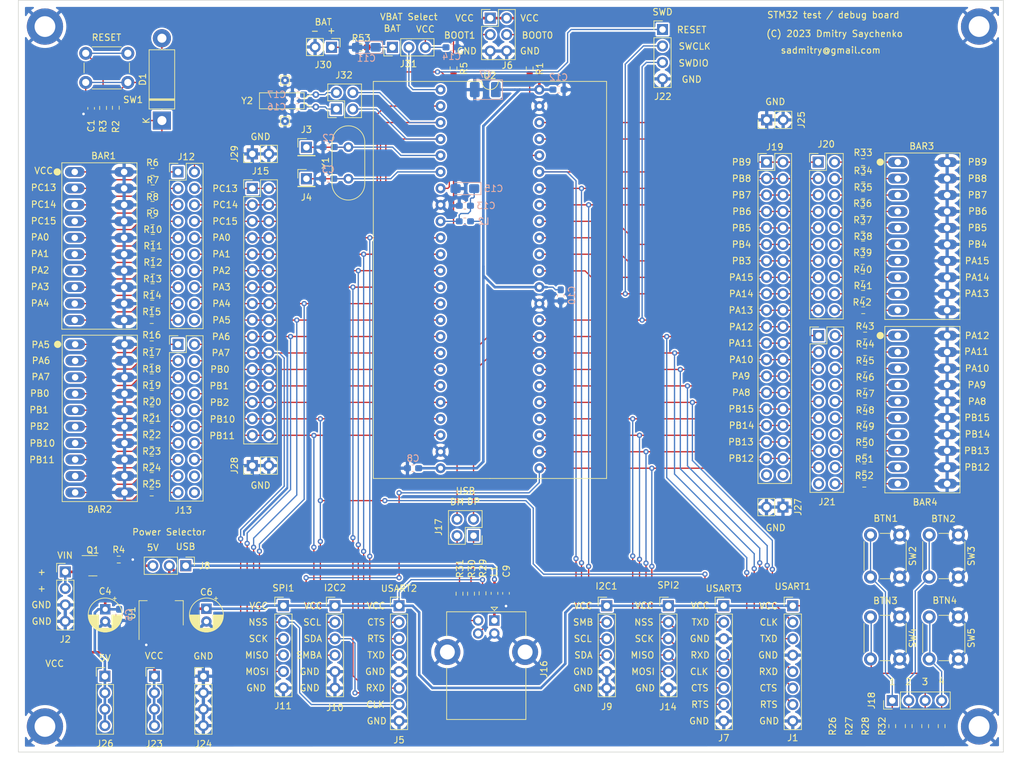
<source format=kicad_pcb>
(kicad_pcb (version 20211014) (generator pcbnew)
  (layers (0 "F.Cu" signal) (31 "B.Cu" signal) (34 "B.Paste" user) (35 "F.Paste" user) (36 "B.SilkS" user "B.Silkscreen") (37 "F.SilkS" user "F.Silkscreen") (38 "B.Mask" user) (39 "F.Mask" user) (44 "Edge.Cuts" user))
  (net 0 "")
  (net 1 "Net-(BAR1-Pad1)")
  (net 2 "Net-(BAR1-Pad2)")
  (net 3 "Net-(BAR1-Pad3)")
  (net 4 "Net-(BAR1-Pad4)")
  (net 5 "Net-(BAR1-Pad5)")
  (net 6 "Net-(BAR1-Pad6)")
  (net 7 "Net-(BAR1-Pad7)")
  (net 8 "Net-(BAR1-Pad8)")
  (net 9 "Net-(BAR1-Pad9)")
  (net 10 "Net-(BAR1-Pad10)")
  (net 11 "GND")
  (net 12 "Net-(BAR2-Pad1)")
  (net 13 "Net-(BAR2-Pad2)")
  (net 14 "Net-(BAR2-Pad3)")
  (net 15 "Net-(BAR2-Pad4)")
  (net 16 "Net-(BAR2-Pad5)")
  (net 17 "Net-(BAR2-Pad6)")
  (net 18 "Net-(BAR2-Pad7)")
  (net 19 "Net-(BAR2-Pad8)")
  (net 20 "Net-(BAR2-Pad9)")
  (net 21 "Net-(BAR2-Pad10)")
  (net 22 "Net-(BAR3-Pad1)")
  (net 23 "Net-(BAR3-Pad2)")
  (net 24 "Net-(BAR3-Pad3)")
  (net 25 "Net-(BAR3-Pad4)")
  (net 26 "Net-(BAR3-Pad5)")
  (net 27 "Net-(BAR3-Pad6)")
  (net 28 "Net-(BAR3-Pad7)")
  (net 29 "Net-(BAR3-Pad8)")
  (net 30 "Net-(BAR3-Pad9)")
  (net 31 "Net-(BAR3-Pad10)")
  (net 32 "Net-(BAR4-Pad1)")
  (net 33 "Net-(BAR4-Pad2)")
  (net 34 "Net-(BAR4-Pad3)")
  (net 35 "Net-(BAR4-Pad4)")
  (net 36 "Net-(BAR4-Pad5)")
  (net 37 "Net-(BAR4-Pad6)")
  (net 38 "Net-(BAR4-Pad7)")
  (net 39 "Net-(BAR4-Pad8)")
  (net 40 "Net-(BAR4-Pad9)")
  (net 41 "Net-(BAR4-Pad10)")
  (net 42 "/RESET")
  (net 43 "/OSC_IN")
  (net 44 "/OSC_OUT")
  (net 45 "/V+")
  (net 46 "+3V3")
  (net 47 "/VUSB")
  (net 48 "Net-(C13-Pad2)")
  (net 49 "/PA8")
  (net 50 "/PA9")
  (net 51 "/PA10")
  (net 52 "/PA11")
  (net 53 "/PA12")
  (net 54 "/VIN")
  (net 55 "/PA0")
  (net 56 "/PA1")
  (net 57 "/PA2")
  (net 58 "/PA3")
  (net 59 "/PA4")
  (net 60 "/PB10")
  (net 61 "/PB11")
  (net 62 "/PB12")
  (net 63 "/PB13")
  (net 64 "/PB14")
  (net 65 "/VIN5V")
  (net 66 "/PB5")
  (net 67 "/PB6")
  (net 68 "/PB7")
  (net 69 "/PA5")
  (net 70 "/PA6")
  (net 71 "/PA7")
  (net 72 "/PB4")
  (net 73 "/PB3")
  (net 74 "/PB2")
  (net 75 "/PB1")
  (net 76 "/PB0")
  (net 77 "/PC13")
  (net 78 "/PB15")
  (net 79 "/PB9")
  (net 80 "/PB8")
  (net 81 "/PC15")
  (net 82 "/PC14")
  (net 83 "/VBUS")
  (net 84 "/UD-")
  (net 85 "/UD+")
  (net 86 "/D+")
  (net 87 "/D-")
  (net 88 "/BTN1")
  (net 89 "/BTN2")
  (net 90 "/BTN3")
  (net 91 "/BTN4")
  (net 92 "/PA13")
  (net 93 "/PA14")
  (net 94 "/PA15")
  (net 95 "Net-(J6-Pad3)")
  (net 96 "Net-(Q1-Pad1)")
  (net 97 "/BOOT0")
  (net 98 "Net-(R3-Pad2)")
  (net 101 "Net-(J6-Pad4)")
  (net 102 "/VBAT")
  (net 103 "Net-(J12-Pad1)")
  (net 104 "Net-(J12-Pad3)")
  (net 105 "Net-(J12-Pad5)")
  (net 106 "Net-(J12-Pad7)")
  (net 107 "Net-(J12-Pad9)")
  (net 108 "Net-(J12-Pad11)")
  (net 109 "Net-(J12-Pad13)")
  (net 110 "Net-(J12-Pad15)")
  (net 111 "Net-(J12-Pad17)")
  (net 112 "Net-(J12-Pad19)")
  (net 114 "Net-(J13-Pad1)")
  (net 115 "Net-(J13-Pad3)")
  (net 116 "Net-(J13-Pad5)")
  (net 117 "Net-(J13-Pad7)")
  (net 118 "Net-(J13-Pad9)")
  (net 119 "Net-(J13-Pad11)")
  (net 120 "Net-(J13-Pad13)")
  (net 121 "Net-(J13-Pad15)")
  (net 122 "Net-(J13-Pad17)")
  (net 124 "Net-(J13-Pad19)")
  (net 126 "Net-(J20-Pad2)")
  (net 127 "Net-(J20-Pad4)")
  (net 128 "Net-(J20-Pad6)")
  (net 129 "Net-(J20-Pad8)")
  (net 130 "Net-(J20-Pad10)")
  (net 131 "Net-(J20-Pad12)")
  (net 132 "Net-(J20-Pad14)")
  (net 133 "Net-(J20-Pad16)")
  (net 134 "Net-(J20-Pad18)")
  (net 135 "Net-(J20-Pad20)")
  (net 136 "Net-(J21-Pad2)")
  (net 137 "Net-(J21-Pad4)")
  (net 138 "Net-(J21-Pad6)")
  (net 139 "Net-(J21-Pad8)")
  (net 140 "Net-(J21-Pad10)")
  (net 141 "Net-(J21-Pad12)")
  (net 142 "Net-(J21-Pad14)")
  (net 143 "Net-(J21-Pad16)")
  (net 144 "Net-(J21-Pad18)")
  (net 146 "Net-(J21-Pad20)")
  (net 147 "Net-(C11-Pad1)")
  (net 148 "Net-(J30-Pad1)")
  (net 149 "/OSC32IN")
  (net 150 "/OSC32OUT")
  (footprint "Resistor_SMD:R_0603_1608Metric_Pad0.98x0.95mm_HandSolder" (layer "F.Cu") (at 20.6375 46.7995)
    (fp_text reference "R14")
    (fp_text value "300R")
  )
  (footprint "Capacitor_SMD:C_0603_1608Metric_Pad1.08x0.95mm_HandSolder" (layer "F.Cu") (at 75.2475 91.5035 -90)
    (fp_text reference "C9")
    (fp_text value "100n")
  )
  (footprint "Capacitor_THT:CP_Radial_D5.0mm_P2.00mm" (layer "F.Cu") (at 29.0195 93.853 -90)
    (fp_text reference "C6")
    (fp_text value "47U")
  )
  (footprint "Connector_PinHeader_2.54mm:PinHeader_1x04_P2.54mm_Vertical" (layer "F.Cu") (at 21 104.3)
    (fp_text reference "J23")
    (fp_text value "VCC")
  )
  (footprint "Resistor_SMD:R_0603_1608Metric_Pad0.98x0.95mm_HandSolder" (layer "F.Cu") (at 20.701 26.4795)
    (fp_text reference "R6")
    (fp_text value "300R")
  )
  (footprint "Resistor_SMD:R_0603_1608Metric_Pad0.98x0.95mm_HandSolder" (layer "F.Cu") (at 20.574 60.706)
    (fp_text reference "R19")
    (fp_text value "300R")
  )
  (footprint "Connector_PinHeader_2.54mm:PinHeader_1x08_P2.54mm_Vertical" (layer "F.Cu") (at 58.74 93.43)
    (fp_text reference "J5")
    (fp_text value "USART2")
  )
  (footprint "Inductor_SMD:L_0603_1608Metric_Pad1.05x0.95mm_HandSolder" (layer "F.Cu") (at 73.4695 91.5035 90)
    (fp_text reference "L1")
    (fp_text value "L")
  )
  (footprint "Connector_PinHeader_2.54mm:PinHeader_1x02_P2.54mm_Vertical" (layer "F.Cu") (at 36.1 71.8 90)
    (fp_text reference "J28")
    (fp_text value "GND")
  )
  (footprint "Resistor_SMD:R_0603_1608Metric_Pad0.98x0.95mm_HandSolder" (layer "F.Cu") (at 69.85 91.567 90)
    (fp_text reference "R30")
    (fp_text value "22R")
  )
  (footprint "Connector_PinHeader_2.54mm:PinHeader_1x06_P2.54mm_Vertical" (layer "F.Cu") (at 90.8 93.43)
    (fp_text reference "J9")
    (fp_text value "I2C1")
  )
  (footprint "Resistor_SMD:R_0603_1608Metric_Pad0.98x0.95mm_HandSolder" (layer "F.Cu") (at 20.574 55.626)
    (fp_text reference "R17")
    (fp_text value "300R")
  )
  (footprint "Connector_PinHeader_2.54mm:PinHeader_1x04_P2.54mm_Vertical" (layer "F.Cu") (at 7.239 88.2115)
    (fp_text reference "J2")
    (fp_text value "Power IN")
  )
  (footprint "Resistor_SMD:R_0603_1608Metric_Pad0.98x0.95mm_HandSolder" (layer "F.Cu") (at 130.6635 56.813 180)
    (fp_text reference "R45")
    (fp_text value "300R")
  )
  (footprint "Resistor_SMD:R_0603_1608Metric_Pad0.98x0.95mm_HandSolder" (layer "F.Cu") (at 130.2825 32.586 180)
    (fp_text reference "R36")
    (fp_text value "300R")
  )
  (footprint "Connector_PinHeader_2.54mm:PinHeader_1x03_P2.54mm_Vertical" (layer "F.Cu") (at 25.8295 87.249 -90)
    (fp_text reference "J8")
    (fp_text value "Power Selector")
  )
  (footprint "Connector_PinHeader_2.54mm:PinHeader_1x04_P2.54mm_Vertical" (layer "F.Cu") (at 28.55 104.3)
    (fp_text reference "J24")
    (fp_text value "GND")
  )
  (footprint "Resistor_SMD:R_0603_1608Metric_Pad0.98x0.95mm_HandSolder" (layer "F.Cu") (at 67.15 10.5 -90)
    (fp_text reference "R5")
    (fp_text value "10k")
  )
  (footprint "Connector_PinHeader_2.54mm:PinHeader_1x06_P2.54mm_Vertical" (layer "F.Cu") (at 100.3 93.43)
    (fp_text reference "J14")
    (fp_text value "SPI2")
  )
  (footprint "Resistor_SMD:R_0603_1608Metric_Pad0.98x0.95mm_HandSolder" (layer "F.Cu") (at 20.741 36.6395)
    (fp_text reference "R10")
    (fp_text value "300R")
  )
  (footprint "Connector_PinHeader_2.54mm:PinHeader_1x04_P2.54mm_Vertical" (layer "F.Cu") (at 13.35 104.3)
    (fp_text reference "J26")
    (fp_text value "5V")
  )
  (footprint "Connector_PinHeader_2.54mm:PinHeader_2x16_P2.54mm_Vertical" (layer "F.Cu") (at 36.1 29.0195)
    (fp_text reference "J15")
    (fp_text value "Conn_02x16_Odd_Even")
  )
  (footprint "Resistor_SMD:R_0603_1608Metric_Pad0.98x0.95mm_HandSolder" (layer "F.Cu") (at 78.9 10.5 90)
    (fp_text reference "R1")
    (fp_text value "10k")
  )
  (footprint "Capacitor_THT:CP_Radial_D5.0mm_P2.00mm" (layer "F.Cu") (at 13.3985 93.853 -90)
    (fp_text reference "C4")
    (fp_text value "47U")
  )
  (footprint "Connector_PinHeader_2.54mm:PinHeader_2x10_P2.54mm_Vertical" (layer "F.Cu") (at 24.638 53.086)
    (fp_text reference "J13")
    (fp_text value "LEDS1")
  )
  (footprint "Connector_PinHeader_2.54mm:PinHeader_2x10_P2.54mm_Vertical" (layer "F.Cu") (at 123.488 51.733)
    (fp_text reference "J21")
    (fp_text value "LEDS1")
  )
  (footprint "Resistor_SMD:R_0603_1608Metric_Pad0.98x0.95mm_HandSolder" (layer "F.Cu") (at 20.574 73.406)
    (fp_text reference "R24")
    (fp_text value "300R")
  )
  (footprint "Resistor_SMD:R_0603_1608Metric_Pad0.98x0.95mm_HandSolder" (layer "F.Cu") (at 134.85 112 -90)
    (fp_text reference "R26")
    (fp_text value "10k")
  )
  (footprint "Connector_PinHeader_2.54mm:PinHeader_2x02_P2.54mm_Vertical" (layer "F.Cu") (at 70.236 82.6135 180)
    (fp_text reference "J17")
    (fp_text value "USB Conn")
  )
  (footprint "Package_TO_SOT_SMD:SOT-223-3_TabPin2" (layer "F.Cu") (at 22.0345 94.5515 90)
    (fp_text reference "U1")
    (fp_text value "AMS1117-3.3")
  )
  (footprint "Resistor_SMD:R_0603_1608Metric_Pad0.98x0.95mm_HandSolder" (layer "F.Cu") (at 20.574 58.166)
    (fp_text reference "R18")
    (fp_text value "300R")
  )
  (footprint "Resistor_SMD:R_0603_1608Metric_Pad0.98x0.95mm_HandSolder" (layer "F.Cu") (at 20.701 31.5595)
    (fp_text reference "R8")
    (fp_text value "300R")
  )
  (footprint "Resistor_SMD:R_0603_1608Metric_Pad0.98x0.95mm_HandSolder" (layer "F.Cu") (at 130.2825 40.206 180)
    (fp_text reference "R39")
    (fp_text value "300R")
  )
  (footprint "my_display:DC10EWA" (layer "F.Cu") (at 8.763 53.086)
    (fp_text reference "BAR2")
    (fp_text value "HDSP-4832_2")
  )
  (footprint "Connector_PinHeader_2.54mm:PinHeader_2x10_P2.54mm_Vertical" (layer "F.Cu") (at 123.4195 24.966)
    (fp_text reference "J20")
    (fp_text value "LEDS1")
  )
  (footprint "Crystal:Crystal_HC49-4H_Vertical" (layer "F.Cu") (at 50.927 27.5325 90)
    (fp_text reference "Y1")
    (fp_text value "8 MHz")
  )
  (footprint "Resistor_SMD:R_0603_1608Metric_Pad0.98x0.95mm_HandSolder" (layer "F.Cu") (at 130.6635 59.353 180)
    (fp_text reference "R46")
    (fp_text value "300R")
  )
  (footprint "Resistor_SMD:R_0603_1608Metric_Pad0.98x0.95mm_HandSolder" (layer "F.Cu") (at 130.346 45.286 180)
    (fp_text reference "R41")
    (fp_text value "300R")
  )
  (footprint "Connector_PinHeader_2.54mm:PinHeader_1x04_P2.54mm_Vertical" (layer "F.Cu") (at 134.85 108.05 90)
    (fp_text reference "J18")
    (fp_text value "Buttons")
  )
  (footprint "Resistor_SMD:R_0603_1608Metric_Pad0.98x0.95mm_HandSolder" (layer "F.Cu") (at 130.6635 66.973 180)
    (fp_text reference "R49")
    (fp_text value "300R")
  )
  (footprint "Resistor_SMD:R_0603_1608Metric_Pad0.98x0.95mm_HandSolder" (layer "F.Cu") (at 20.7645 41.7195)
    (fp_text reference "R12")
    (fp_text value "300R")
  )
  (footprint "Resistor_SMD:R_0603_1608Metric_Pad0.98x0.95mm_HandSolder" (layer "F.Cu") (at 13.0695 16.605 90)
    (fp_text reference "R3")
    (fp_text value "300R")
  )
  (footprint "MountingHole:MountingHole_3.2mm_M3_DIN965_Pad" (layer "F.Cu") (at 148.25 112.05)
    (fp_text reference "H4" hide)
    (fp_text value "MountingHole_Pad")
  )
  (footprint "Resistor_SMD:R_0603_1608Metric_Pad0.98x0.95mm_HandSolder" (layer "F.Cu") (at 15.494 86.299 180)
    (fp_text reference "R4")
    (fp_text value "10k")
  )
  (footprint "Resistor_SMD:R_0603_1608Metric_Pad0.98x0.95mm_HandSolder" (layer "F.Cu") (at 130.6235 69.513 180)
    (fp_text reference "R50")
    (fp_text value "300R")
  )
  (footprint "Resistor_SMD:R_0603_1608Metric_Pad0.98x0.95mm_HandSolder" (layer "F.Cu") (at 52.9 7.25)
    (fp_text reference "R53")
    (fp_text value "150R")
  )
  (footprint "Resistor_SMD:R_0603_1608Metric_Pad0.98x0.95mm_HandSolder" (layer "F.Cu") (at 20.574 75.946)
    (fp_text reference "R25")
    (fp_text value "300R")
  )
  (footprint "Resistor_SMD:R_0603_1608Metric_Pad0.98x0.95mm_HandSolder" (layer "F.Cu") (at 142.47 112 -90)
    (fp_text reference "R32")
    (fp_text value "10k")
  )
  (footprint "Connector_PinHeader_2.54mm:PinHeader_1x08_P2.54mm_Vertical" (layer "F.Cu") (at 119.5 93.43)
    (fp_text reference "J1")
    (fp_text value "USART1")
  )
  (footprint "Resistor_SMD:R_0603_1608Metric_Pad0.98x0.95mm_HandSolder" (layer "F.Cu") (at 130.346 37.666 180)
    (fp_text reference "R38")
    (fp_text value "300R")
  )
  (footprint "Connector_PinHeader_2.54mm:PinHeader_2x10_P2.54mm_Vertical" (layer "F.Cu") (at 24.638 26.4795)
    (fp_text reference "J12")
    (fp_text value "LEDS1")
  )
  (footprint "Resistor_SMD:R_0603_1608Metric_Pad0.98x0.95mm_HandSolder" (layer "F.Cu") (at 20.7645 39.1795)
    (fp_text reference "R11")
    (fp_text value "300R")
  )
  (footprint "Resistor_SMD:R_0603_1608Metric_Pad0.98x0.95mm_HandSolder" (layer "F.Cu") (at 20.701 44.2595)
    (fp_text reference "R13")
    (fp_text value "300R")
  )
  (footprint "Connector_PinHeader_2.54mm:PinHeader_1x02_P2.54mm_Vertical" (layer "F.Cu") (at 117.9835 78.2 -90)
    (fp_text reference "J27")
    (fp_text value "GND")
  )
  (footprint "Connector_PinHeader_2.54mm:PinHeader_1x02_P2.54mm_Vertical" (layer "F.Cu") (at 115.475 18.45 90)
    (fp_text reference "J25")
    (fp_text value "GND")
  )
  (footprint "Resistor_SMD:R_0603_1608Metric_Pad0.98x0.95mm_HandSolder" (layer "F.Cu") (at 130.306 35.126 180)
    (fp_text reference "R37")
    (fp_text value "300R")
  )
  (footprint "Crystal:Crystal_C26-LF_D2.1mm_L6.5mm_Horizontal" (layer "F.Cu") (at 45.9 14.55 -90)
    (fp_text reference "Y2")
    (fp_text value "Crystal")
  )
  (footprint "Resistor_SMD:R_0603_1608Metric_Pad0.98x0.95mm_HandSolder" (layer "F.Cu") (at 20.701 34.0995)
    (fp_text reference "R9")
    (fp_text value "300R")
  )
  (footprint "Button_Switch_THT:SW_PUSH_6mm" (layer "F.Cu") (at 10.391 8.172)
    (fp_text reference "SW1")
    (fp_text value "Reset")
  )
  (footprint "Resistor_SMD:R_0603_1608Metric_Pad0.98x0.95mm_HandSolder" (layer "F.Cu") (at 130.306 42.746 180)
    (fp_text reference "R40")
    (fp_text value "300R")
  )
  (footprint "Resistor_SMD:R_0603_1608Metric_Pad0.98x0.95mm_HandSolder" (layer "F.Cu") (at 130.346 24.966 180)
    (fp_text reference "R33")
    (fp_text value "300R")
  )
  (footprint "Connector_PinHeader_2.54mm:PinHeader_1x06_P2.54mm_Vertical" (layer "F.Cu") (at 48.85 93.43)
    (fp_text reference "J10")
    (fp_text value "I2C2")
  )
  (footprint "MountingHole:MountingHole_3.2mm_M3_DIN965_Pad" (layer "F.Cu") (at 148.25 4.05)
    (fp_text reference "H3" hide)
    (fp_text value "MountingHole_Pad")
  )
  (footprint "Resistor_SMD:R_0603_1608Metric_Pad0.98x0.95mm_HandSolder" (layer "F.Cu") (at 20.574 53.086)
    (fp_text reference "R16")
    (fp_text value "300R")
  )
  (footprint "TestPoint:TestPoint_THTPad_1.0x1.0mm_Drill0.5mm" (layer "F.Cu") (at 41.15 18.65)
    (fp_text reference "TP1" hide)
    (fp_text value "TestPoint" hide)
  )
  (footprint "Resistor_SMD:R_0603_1608Metric_Pad0.98x0.95mm_HandSolder" (layer "F.Cu") (at 130.3695 47.826 180)
    (fp_text reference "R42")
    (fp_text value "300R")
  )
  (footprint "Capacitor_SMD:C_0603_1608Metric_Pad1.08x0.95mm_HandSolder" (layer "F.Cu") (at 11.228 16.6715 -90)
    (fp_text reference "C1")
    (fp_text value "100n")
  )
  (footprint "my_sockets:DIP-48-W16.51" (layer "F.Cu") (at 72.771 13.7795)
    (fp_text reference "U2")
    (fp_text value "STM32F103C8Tx")
  )
  (footprint "Resistor_SMD:R_0603_1608Metric_Pad0.98x0.95mm_HandSolder" (layer "F.Cu") (at 130.6635 61.893 180)
    (fp_text reference "R47")
    (fp_text value "300R")
  )
  (footprint "Connector_PinHeader_2.54mm:PinHeader_1x02_P2.54mm_Vertical" (layer "F.Cu") (at 48.325 7.2 -90)
    (fp_text reference "J30")
    (fp_text value "BAT")
  )
  (footprint "Connector_USB:USB_B_Lumberg_2411_02_Horizontal" (layer "F.Cu") (at 73.4495 95.7015 -90)
    (fp_text reference "J16")
    (fp_text value "USB_B")
  )
  (footprint "Diode_THT:D_5W_P12.70mm_Horizontal" (layer "F.Cu") (at 22.15 18.55 90)
    (fp_text reference "D1")
    (fp_text value "1N4148")
  )
  (footprint "Resistor_SMD:R_0603_1608Metric_Pad0.98x0.95mm_HandSolder" (layer "F.Cu") (at 20.574 70.866)
    (fp_text reference "R23")
    (fp_text value "300R")
  )
  (footprint "my_display:DC10EWA" (layer "F.Cu") (at 135.7 24.966)
    (fp_text reference "BAR3")
    (fp_text value "HDSP-4832_2")
  )
  (footprint "my_display:DC10EWA" (layer "F.Cu") (at 8.6995 26.4795)
    (fp_text reference "BAR1")
    (fp_text value "HDSP-4832_2")
  )
  (footprint "my_display:DC10EWA" (layer "F.Cu") (at 135.7 51.733)
    (fp_text reference "BAR4")
    (fp_text value "HDSP-4832_2")
  )
  (footprint "Resistor_SMD:R_0603_1608Metric_Pad0.98x0.95mm_HandSolder" (layer "F.Cu") (at 71.628 91.5035 90)
    (fp_text reference "R29")
    (fp_text value "1k5")
  )
  (footprint "Resistor_SMD:R_0603_1608Metric_Pad0.98x0.95mm_HandSolder" (layer "F.Cu") (at 130.6635 64.433 180)
    (fp_text reference "R48")
    (fp_text value "300R")
  )
  (footprint "Resistor_SMD:R_0603_1608Metric_Pad0.98x0.95mm_HandSolder" (layer "F.Cu") (at 15.038 16.5815 -90)
    (fp_text reference "R2")
    (fp_text value "10k")
  )
  (footprint "Button_Switch_THT:SW_PUSH_6mm" (layer "F.Cu") (at 136 95.15 -90)
    (fp_text reference "SW4")
    (fp_text value "Reset")
  )
  (footprint "Connector_PinHeader_2.54mm:PinHeader_1x06_P2.54mm_Vertical" (layer "F.Cu") (at 40.9 93.43)
    (fp_text reference "J11")
    (fp_text value "SPI1")
  )
  (footprint "Connector_PinHeader_2.54mm:PinHeader_2x02_P2.54mm_Vertical" (layer "F.Cu") (at 49.075 16.775 90)
    (fp_text reference "J32")
    (fp_text value "USB Conn")
  )
  (footprint "Button_Switch_THT:SW_PUSH_6mm" (layer "F.Cu") (at 145.05 95.15 -90)
    (fp_text reference "SW5")
    (fp_text value "Reset")
  )
  (footprint "Resistor_SMD:R_0603_1608Metric_Pad0.98x0.95mm_HandSolder" (layer "F.Cu") (at 130.6635 54.273 180)
    (fp_text reference "R44")
    (fp_text value "300R")
  )
  (footprint "Resistor_SMD:R_0603_1608Metric_Pad0.98x0.95mm_HandSolder" (layer "F.Cu") (at 130.3695 27.506 180)
    (fp_text reference "R34")
    (fp_text value "300R")
  )
  (footprint "Connector_PinHeader_2.54mm:PinHeader_2x20_P2.54mm_Vertical" (layer "F.Cu") (at 115.45 24.966)
    (fp_text reference "J19")
    (fp_text value "Conn_02x20_Odd_Even")
  )
  (footprint "Connector_PinHeader_2.54mm:PinHeader_1x03_P2.54mm_Vertical" (layer "F.Cu") (at 57.725 7.25 90)
    (fp_text reference "J31")
    (fp_text value "VBAT Selector")
  )
  (footprint "Resistor_SMD:R_0603_1608Metric_Pad0.98x0.95mm_HandSolder" (layer "F.Cu") (at 130.5365 72.053 180)
    (fp_text reference "R51")
    (fp_text value "300R")
  )
  (footprint "Resistor_SMD:R_0603_1608Metric_Pad0.98x0.95mm_HandSolder" (layer "F.Cu") (at 130.5365 74.593 180)
    (fp_text reference "R52")
    (fp_text value "300R")
  )
  (footprint "Resistor_SMD:R_0603_1608Metric_Pad0.98x0.95mm_HandSolder" (layer "F.Cu") (at 68.072 91.567 90)
    (fp_text reference "R31")
    (fp_text value "22R")
  )
  (footprint "Connector_PinHeader_2.54mm:PinHeader_1x01_P2.54mm_Vertical" (layer "F.Cu") (at 44.45 27.432)
    (fp_text reference "J4")
    (fp_text value "TP2")
  )
  (footprint "Resistor_SMD:R_0603_1608Metric_Pad0.98x0.95mm_HandSolder" (layer "F.Cu") (at 20.574 49.3395)
    (fp_text reference "R15")
    (fp_text value "300R")
  )
  (footprint "Resistor_SMD:R_0603_1608Metric_Pad0.98x0.95mm_HandSolder" (layer "F.Cu") (at 130.346 30.046 180)
    (fp_text reference "R35")
    (fp_text value "300R")
  )
  (footprint "Resistor_SMD:R_0603_1608Metric_Pad0.98x0.95mm_HandSolder" (layer "F.Cu") (at 139.93 112 -90)
    (fp_text reference "R28")
    (fp_text value "10k")
  )
  (footprint "Connector_PinHeader_2.54mm:PinHeader_1x01_P2.54mm_Vertical" (layer "F.Cu") (at 44.45 22.6695)
    (fp_text reference "J3")
    (fp_text value "TP1")
  )
  (footprint "TestPoint:TestPoint_THTPad_1.0x1.0mm_Drill0.5mm" (layer "F.Cu") (at 41.15 12.35)
    (fp_text reference "TP2" hide)
    (fp_text value "TestPoint" hide)
  )
  (footprint "Button_Switch_THT:SW_PUSH_6mm" (layer "F.Cu") (at 136 82.5 -90)
    (fp_text reference "SW2")
    (fp_text value "Reset")
  )
  (footprint "MountingHole:MountingHole_3.2mm_M3_DIN965_Pad" (layer "F.Cu") (at 4.1 112.1)
    (fp_text reference "H2" hide)
    (fp_text value "MountingHole_Pad")
  )
  (footprint "Resistor_SMD:R_0603_1608Metric_Pad0.98x0.95mm_HandSolder" (layer "F.Cu") (at 130.6635 51.733 180)
    (fp_text reference "R43")
    (fp_text value "300R")
  )
  (footprint "Connector_PinHeader_2.54mm:PinHeader_1x02_P2.54mm_Vertical" (layer "F.Cu") (at 36.1 23.7 90)
    (fp_text reference "J29")
    (fp_text value "GND")
  )
  (footprint "Resistor_SMD:R_0603_1608Metric_Pad0.98x0.95mm_HandSolder" (layer "F.Cu") (at 20.614 63.246)
    (fp_text reference "R20")
    (fp_text value "300R")
  )
  (footprint "Connector_PinHeader_2.54mm:PinHeader_2x03_P2.54mm_Vertical" (layer "F.Cu") (at 72.81 2.7455)
    (fp_text reference "J6")
    (fp_text value "BOOT")
  )
  (footprint "Resistor_SMD:R_0603_1608Metric_Pad0.98x0.95mm_HandSolder" (layer "F.Cu") (at 20.741 29.0195)
    (fp_text reference "R7")
    (fp_text value "300R")
  )
  (footprint "Connector_PinHeader_2.54mm:PinHeader_1x08_P2.54mm_Vertical" (layer "F.Cu") (at 108.85 93.43)
    (fp_text reference "J7")
    (fp_text value "USART3")
  )
  (footprint "Resistor_SMD:R_0603_1608Metric_Pad0.98x0.95mm_HandSolder" (layer "F.Cu") (at 137.39 112 -90)
    (fp_text reference "R27")
    (fp_text value "10k")
  )
  (footprint "Resistor_SMD:R_0603_1608Metric_Pad0.98x0.95mm_HandSolder" (layer "F.Cu") (at 20.574 68.326)
    (fp_text reference "R22")
    (fp_text value "300R")
  )
  (footprint "Package_TO_SOT_SMD:SOT-23" (layer "F.Cu") (at 11.4935 87.249)
    (fp_text reference "Q1")
    (fp_text value "IRLML5203")
  )
  (footprint "Button_Switch_THT:SW_PUSH_6mm" (layer "F.Cu") (at 145.05 82.5 -90)
    (fp_text reference "SW3")
    (fp_text value "Reset")
  )
  (footprint "Connector_PinHeader_2.54mm:PinHeader_1x04_P2.54mm_Vertical" (layer "F.Cu") (at 99.4 4.5)
    (fp_text reference "J22")
    (fp_text value "SWD")
  )
  (footprint "MountingHole:MountingHole_3.2mm_M3_DIN965_Pad" (layer "F.Cu") (at 4.1 4.05)
    (fp_text reference "H1" hide)
    (fp_text value "MountingHole_Pad")
  )
  (footprint "Resistor_SMD:R_0603_1608Metric_Pad0.98x0.95mm_HandSolder" (layer "F.Cu") (at 20.574 65.786)
    (fp_text reference "R21")
    (fp_text value "300R")
  )
  (footprint "Capacitor_SMD:C_0603_1608Metric_Pad1.08x0.95mm_HandSolder" (layer "B.Cu") (at 47.8155 27.5325 180)
    (fp_text reference "C3")
    (fp_text value "22pF")
  )
  (footprint "Capacitor_Tantalum_SMD:CP_EIA-3216-18_Kemet-A_Pad1.58x1.35mm_HandSolder" (layer "B.Cu") (at 68.9 29.05 180)
    (fp_text reference "C15")
    (fp_text value "10U")
  )
  (footprint "Capacitor_SMD:C_0603_1608Metric_Pad1.08x0.95mm_HandSolder" (layer "B.Cu") (at 68.9 31.7)
    (fp_text reference "C13")
    (fp_text value "10u")
  )
  (footprint "Capacitor_Tantalum_SMD:CP_EIA-3528-21_Kemet-B_Pad1.50x2.35mm_HandSolder" (layer "B.Cu") (at 72.05 13.7795 180)
    (fp_text reference "C7")
    (fp_text value "10U")
  )
  (footprint "Capacitor_SMD:C_0603_1608Metric_Pad1.08x0.95mm_HandSolder" (layer "B.Cu") (at 83.35 13.7795)
    (fp_text reference "C12")
    (fp_text value "100n")
  )
  (footprint "Capacitor_SMD:C_0603_1608Metric_Pad1.08x0.95mm_HandSolder" (layer "B.Cu") (at 60.9 72.2 180)
    (fp_text reference "C8")
    (fp_text value "100n")
  )
  (footprint "Capacitor_SMD:C_0603_1608Metric_Pad1.08x0.95mm_HandSolder" (layer "B.Cu") (at 83.693 45.5295 -90)
    (fp_text reference "C10")
    (fp_text value "100n")
  )
  (footprint "Capacitor_SMD:C_0603_1608Metric_Pad1.08x0.95mm_HandSolder" (layer "B.Cu") (at 43.1 16.45)
    (fp_text reference "C16")
    (fp_text value "22pF")
  )
  (footprint "Capacitor_SMD:C_0603_1608Metric_Pad1.08x0.95mm_HandSolder" (layer "B.Cu") (at 47.879 22.6525 180)
    (fp_text reference "C2")
    (fp_text value "22pF")
  )
  (footprint "Capacitor_SMD:C_0603_1608Metric_Pad1.08x0.95mm_HandSolder" (layer "B.Cu") (at 43.15 14.55)
    (fp_text reference "C17")
    (fp_text value "22pF")
  )
  (footprint "Capacitor_SMD:C_0603_1608Metric_Pad1.08x0.95mm_HandSolder" (layer "B.Cu") (at 15.5575 94.832 -90)
    (fp_text reference "C5")
    (fp_text value "100n")
  )
  (footprint "Inductor_SMD:L_0603_1608Metric_Pad1.05x0.95mm_HandSolder" (layer "B.Cu") (at 68.9 34.0995)
    (fp_text reference "L2")
    (fp_text value "L")
  )
  (footprint "Capacitor_SMD:C_0603_1608Metric_Pad1.08x0.95mm_HandSolder" (layer "B.Cu") (at 66.85 7.25)
    (fp_text reference "C14")
    (fp_text value "100n")
  )
  (footprint "Capacitor_Tantalum_SMD:CP_EIA-3216-18_Kemet-A_Pad1.58x1.35mm_HandSolder" (layer "B.Cu") (at 53.7 7.25 180)
    (fp_text reference "C11")
    (fp_text value "4,7 u")
  )
  (gr_rect (start 0 0) (end 152 116) (layer "Edge.Cuts") (width 0.1) (fill none))
  (gr_text "PB9" (at 148 24.95) (layer "F.SilkS") (effects (font (size 1 1))))
  (gr_text "PA14" (at 111.55 45.286) (layer "F.SilkS") (effects (font (size 1 1))))
  (gr_text "TXD" (at 115.8 98.51) (layer "F.SilkS") (effects (font (size 1 1))))
  (gr_text "MISO" (at 36.8 101.05) (layer "F.SilkS") (effects (font (size 1 1))))
  (gr_text "PB6" (at 111.65 32.586) (layer "F.SilkS") (effects (font (size 1 1))))
  (gr_text "PA12" (at 111.55 50.39) (layer "F.SilkS") (effects (font (size 1 1))))
  (gr_text "GND" (at 55.3 111.21) (layer "F.SilkS") (effects (font (size 1 1))))
  (gr_text "PC13" (at 31.9 29.05) (layer "F.SilkS") (effects (font (size 1 1))))
  (gr_text "PA2" (at 31.35 41.7) (layer "F.SilkS") (effects (font (size 1 1))))
  (gr_text "RESET" (at 103.9 4.55) (layer "F.SilkS") (effects (font (size 1 1))))
  (gr_text "+" (at 3.6 88.199) (layer "F.SilkS") (effects (font (size 1 1))))
  (gr_text "PA14" (at 147.95 42.75) (layer "F.SilkS") (effects (font (size 1 1))))
  (gr_text "SDA" (at 45.45 98.51) (layer "F.SilkS") (effects (font (size 1 1))))
  (gr_text "CLK" (at 105.05 103.59) (layer "F.SilkS") (effects (font (size 1 1))))
  (gr_text "PB6" (at 148.05 32.55) (layer "F.SilkS") (effects (font (size 1 1))))
  (gr_text "RTS" (at 105.2 108.67) (layer "F.SilkS") (effects (font (size 1 1))))
  (gr_text "PB0" (at 3.3 60.65) (layer "F.SilkS") (effects (font (size 1 1))))
  (gr_text "PA15" (at 111.55 42.746) (layer "F.SilkS") (effects (font (size 1 1))))
  (gr_text "PB13" (at 111.5 68.146) (layer "F.SilkS") (effects (font (size 1 1))))
  (gr_text "PB13" (at 147.9 69.5) (layer "F.SilkS") (effects (font (size 1 1))))
  (gr_text "PA1" (at 31.35 39.15) (layer "F.SilkS") (effects (font (size 1 1))))
  (gr_text "SCK" (at 37.05 98.51) (layer "F.SilkS") (effects (font (size 1 1))))
  (gr_text "VCC" (at 96.6 93.4) (layer "F.SilkS") (effects (font (size 1 1))))
  (gr_text "RTS" (at 115.8 108.67) (layer "F.SilkS") (effects (font (size 1 1))))
  (gr_text "PB15" (at 111.55 63.066) (layer "F.SilkS") (effects (font (size 1 1))))
  (gr_text "GND" (at 115.7 101.05) (layer "F.SilkS") (effects (font (size 1 1))))
  (gr_text "PA13" (at 147.9 45.25) (layer "F.SilkS") (effects (font (size 1 1))))
  (gr_text "GND" (at 3.6 95.8315) (layer "F.SilkS") (effects (font (size 1 1))))
  (gr_text "PB10" (at 3.7 68.35) (layer "F.SilkS") (effects (font (size 1 1))))
  (gr_text "VIN" (at 7.2 85.65) (layer "F.SilkS") (effects (font (size 1 1))))
  (gr_text "TXD" (at 55.2 101.05) (layer "F.SilkS") (effects (font (size 1 1))))
  (gr_text "BTN1" (at 133.85 79.95) (layer "F.SilkS") (effects (font (size 1 1))))
  (gr_text "GND" (at 44.95 106.107) (layer "F.SilkS") (effects (font (size 1 1))))
  (gr_text "PA9" (at 147.9 59.35) (layer "F.SilkS") (effects (font (size 1 1))))
  (gr_text "VCC" (at 105.2 93.4) (layer "F.SilkS") (effects (font (size 1 1))))
  (gr_text "PA0" (at 31.35 36.6) (layer "F.SilkS") (effects (font (size 1 1))))
  (gr_text "VCC" (at 45.5 93.43) (layer "F.SilkS") (effects (font (size 1 1))))
  (gr_text "+" (at 48.3 4.65) (layer "F.SilkS") (effects (font (size 1 1))))
  (gr_text "CLK" (at 55.1 108.67) (layer "F.SilkS") (effects (font (size 1 1))))
  (gr_text "PA7" (at 3.45 58.1) (layer "F.SilkS") (effects (font (size 1 1))))
  (gr_text "RESET" (at 13.6005 5.7365) (layer "F.SilkS") (effects (font (size 1 1))))
  (gr_text "GND" (at 55.05 103.59) (layer "F.SilkS") (effects (font (size 1 1))))
  (gr_text "VCC" (at 20.95 101.15) (layer "F.SilkS") (effects (font (size 1 1))))
  (gr_text "PB11" (at 31.45 67.2) (layer "F.SilkS") (effects (font (size 1 1))))
  (gr_text "PC15" (at 3.9 34.05) (layer "F.SilkS") (effects (font (size 1 1))))
  (gr_text "SCK" (at 96.6 98.51) (layer "F.SilkS") (effects (font (size 1 1))))
  (gr_text "GND" (at 116.85 81.4) (layer "F.SilkS") (effects (font (size 1 1))))
  (gr_text "STM32 test / debug board" (at 125.75 2.25) (layer "F.SilkS") (effects (font (size 1 1))))
  (gr_text "SCL" (at 87.1 98.51) (layer "F.SilkS") (effects (font (size 1 1))))
  (gr_text "PA8" (at 147.95 61.9) (layer "F.SilkS") (effects (font (size 1 1))))
  (gr_text "GND" (at 116.8 15.65) (layer "F.SilkS") (effects (font (size 1 1))))
  (gr_text "5V" (at 20.75 84.45) (layer "F.SilkS") (effects (font (size 1 1))))
  (gr_text "SCL" (at 45.35 95.97) (layer "F.SilkS") (effects (font (size 1 1))))
  (gr_text "BOOT1" (at 68.1 5.4) (layer "F.SilkS") (effects (font (size 1 1))))
  (gr_text "(C) 2023 Dmitry Saychenko" (at 125.95 5.15) (layer "F.SilkS") (effects (font (size 1 1))))
  (gr_text "PC13" (at 3.9 28.9) (layer "F.SilkS") (effects (font (size 1 1))))
  (gr_text "DM" (at 67.696 77.4) (layer "F.SilkS") (effects (font (size 1 1))))
  (gr_text "GND" (at 78.941 7.8255) (layer "F.SilkS") (effects (font (size 1 1))))
  (gr_text " NSS" (at 96.15 95.97) (layer "F.SilkS") (effects (font (size 1 1))))
  (gr_text "PB2" (at 31.05 62.05) (layer "F.SilkS") (effects (font (size 1 1))))
  (gr_text "MOSI" (at 96.4 103.59) (layer "F.SilkS") (effects (font (size 1 1))))
  (gr_text "PA5" (at 31.35 49.35) (layer "F.SilkS") (effects (font (size 1 1))))
  (gr_text "PA7" (at 31.25 54.4) (layer "F.SilkS") (effects (font (size 1 1))))
  (gr_text "PA0" (at 3.35 36.55) (layer "F.SilkS") (effects (font (size 1 1))))
  (gr_text "VCC" (at 115.75 93.45) (layer "F.SilkS") (effects (font (size 1 1))))
  (gr_text "VCC" (at 55.2 93.43) (layer "F.SilkS") (effects (font (size 1 1))))
  (gr_text "BTN2" (at 142.75 80) (layer "F.SilkS") (effects (font (size 1 1))))
  (gr_text "BAT" (at 57.7 4.35) (layer "F.SilkS") (effects (font (size 1 1))))
  (gr_text "CLK" (at 115.8 95.97) (layer "F.SilkS") (effects (font (size 1 1))))
  (gr_text "PA1" (at 3.35 39.1) (layer "F.SilkS") (effects (font (size 1 1))))
  (gr_text "I2C2" (at 48.85 90.65) (layer "F.SilkS") (effects (font (size 1 1))))
  (gr_text "3" (at 139.9 105.15) (layer "F.SilkS") (effects (font (size 1 1))))
  (gr_text "GND" (at 105.15 98.51) (layer "F.SilkS") (effects (font (size 1 1))))
  (gr_text "VCC" (at 87.15 93.43) (layer "F.SilkS") (effects (font (size 1 1))))
  (gr_text "PA5" (at 3.45 53.15) (layer "F.SilkS") (effects (font (size 1 1))))
  (gr_text "GND" (at 28.55 101.2) (layer "F.SilkS") (effects (font (size 1 1))))
  (gr_text "PB12" (at 111.55 70.686) (layer "F.SilkS") (effects (font (size 1 1))))
  (gr_text "VBAT Select" (at 60.25 2.55) (layer "F.SilkS") (effects (font (size 1 1))))
  (gr_text "USART1" (at 119.5 90.45) (layer "F.SilkS") (effects (font (size 1 1))))
  (gr_text "PB7" (at 111.6 30.046) (layer "F.SilkS") (effects (font (size 1 1))))
  (gr_text "PB8" (at 148 27.5) (layer "F.SilkS") (effects (font (size 1 1))))
  (gr_text "PB2" (at 3.25 65.75) (layer "F.SilkS") (effects (font (size 1 1))))
  (gr_text "MOSI" (at 36.85 103.59) (layer "F.SilkS") (effects (font (size 1 1))))
  (gr_text "PB12" (at 147.95 72.05) (layer "F.SilkS") (effects (font (size 1 1))))
  (gr_text "PB14" (at 148 66.95) (layer "F.SilkS") (effects (font (size 1 1))))
  (gr_text "PB4" (at 111.6 37.666) (layer "F.SilkS") (effects (font (size 1 1))))
  (gr_text "BAT" (at 47.05 3.35) (layer "F.SilkS") (effects (font (size 1 1))))
  (gr_text "PA8" (at 111.55 60.526) (layer "F.SilkS") (effects (font (size 1 1))))
  (gr_text "PB0" (at 31.1 56.95) (layer "F.SilkS") (effects (font (size 1 1))))
  (gr_text "PB15" (at 147.95 64.4) (layer "F.SilkS") (effects (font (size 1 1))))
  (gr_text "VCC" (at 5.6 102.35) (layer "F.SilkS") (effects (font (size 1 1))))
  (gr_text "PA6" (at 31.3 51.9) (layer "F.SilkS") (effects (font (size 1 1))))
  (gr_text "RXD" (at 105.2 101.05) (layer "F.SilkS") (effects (font (size 1 1))))
  (gr_text "2" (at 137.35 105.15) (layer "F.SilkS") (effects (font (size 1 1))))
  (gr_text "MISO" (at 96.3 101.05) (layer "F.SilkS") (effects (font (size 1 1))))
  (gr_text "4" (at 142.45 105.05) (layer "F.SilkS") (effects (font (size 1 1))))
  (gr_text "PA10" (at 111.55 55.446) (layer "F.SilkS") (effects (font (size 1 1))))
  (gr_text "VCC" (at 37.1 93.43) (layer "F.SilkS") (effects (font (size 1 1))))
  (gr_text "BTN3" (at 133.8 92.65) (layer "F.SilkS") (effects (font (size 1 1))))
  (gr_text "PB3" (at 111.6 40.206) (layer "F.SilkS") (effects (font (size 1 1))))
  (gr_text "GND" (at 37.37 74.85) (layer "F.SilkS") (effects (font (size 1 1))))
  (gr_text "I2C1" (at 90.75 90.4) (layer "F.SilkS") (effects (font (size 1 1))))
  (gr_text "RTS" (at 55.2 98.51) (layer "F.SilkS") (effects (font (size 1 1))))
  (gr_text "NSS" (at 37 95.97) (layer "F.SilkS") (effects (font (size 1 1))))
  (gr_text "PC15" (at 31.9 34.1) (layer "F.SilkS") (effects (font (size 1 1))))
  (gr_text "PB5" (at 111.6 35.126) (layer "F.SilkS") (effects (font (size 1 1))))
  (gr_text "PB10" (at 31.5 64.65) (layer "F.SilkS") (effects (font (size 1 1))))
  (gr_text "USB" (at 25.8 84.3) (layer "F.SilkS") (effects (font (size 1 1))))
  (gr_text "PA4" (at 3.35 46.75) (layer "F.SilkS") (effects (font (size 1 1))))
  (gr_text "1" (at 134.85 105.15) (layer "F.SilkS") (effects (font (size 1 1))))
  (gr_text "SWD" (at 99.4 1.8) (layer "F.SilkS") (effects (font (size 1 1))))
  (gr_text "GND" (at 3.55 93.2915) (layer "F.SilkS") (effects (font (size 1 1))))
  (gr_text "VCC" (at 3.9 26.3) (layer "F.SilkS") (effects (font (size 1 1))))
  (gr_text "PA15" (at 147.95 40.2) (layer "F.SilkS") (effects (font (size 1 1))))
  (gr_text "PB9" (at 111.6 24.966) (layer "F.SilkS") (effects (font (size 1 1))))
  (gr_text "PB8" (at 111.6 27.506) (layer "F.SilkS") (effects (font (size 1 1))))
  (gr_text "PA2" (at 3.35 41.65) (layer "F.SilkS") (effects (font (size 1 1))))
  (gr_text "PB1" (at 3.2 63.2) (layer "F.SilkS") (effects (font (size 1 1))))
  (gr_text "RXD" (at 115.75 103.59) (layer "F.SilkS") (effects (font (size 1 1))))
  (gr_text "PA13" (at 111.5 47.826) (layer "F.SilkS") (effects (font (size 1 1))))
  (gr_text "CTS" (at 115.75 106.13) (layer "F.SilkS") (effects (font (size 1 1))))
  (gr_text "SDA" (at 87.2 101.05) (layer "F.SilkS") (effects (font (size 1 1))))
  (gr_text "PB1" (at 31 59.5) (layer "F.SilkS") (effects (font (size 1 1))))
  (gr_text "PB4" (at 148 37.65) (layer "F.SilkS") (effects (font (size 1 1))))
  (gr_text "PA12" (at 147.95 51.75) (layer "F.SilkS") (effects (font (size 1 1))))
  (gr_text "SWDIO" (at 104.2 9.7) (layer "F.SilkS") (effects (font (size 1 1))))
  (gr_text "GND" (at 96.7 106.13) (layer "F.SilkS") (effects (font (size 1 1))))
  (gr_text "GND" (at 105.05 111.21) (layer "F.SilkS") (effects (font (size 1 1))))
  (gr_text "+" (at 3.6 90.7515) (layer "F.SilkS") (effects (font (size 1 1))))
  (gr_text "USART2" (at 58.7375 90.75) (layer "F.SilkS") (effects (font (size 1 1))))
  (gr_text "RXD" (at 55.1 106.107) (layer "F.SilkS") (effects (font (size 1 1))))
  (gr_text "GND" (at 37.37 21.05) (layer "F.SilkS") (effects (font (size 1 1))))
  (gr_text "SWCLK" (at 104.35 7.1) (layer "F.SilkS") (effects (font (size 1 1))))
  (gr_text "USB" (at 69 75.7) (layer "F.SilkS") (effects (font (size 1 1))))
  (gr_text "PA10" (at 147.95 56.8) (layer "F.SilkS") (effects (font (size 1 1))))
  (gr_text "PB7" (at 148 30.05) (layer "F.SilkS") (effects (font (size 1 1))))
  (gr_text "PB11" (at 3.65 70.9) (layer "F.SilkS") (effects (font (size 1 1))))
  (gr_text "sadmitry@gmail.com" (at 125.35 7.7) (layer "F.SilkS") (effects (font (size 1 1))))
  (gr_text "5V" (at 13.35 101.5) (layer "F.SilkS") (effects (font (size 1 1))))
  (gr_text "TXD" (at 105.25 95.97) (layer "F.SilkS") (effects (font (size 1 1))))
  (gr_text "PA3" (at 31.35 44.25) (layer "F.SilkS") (effects (font (size 1 1))))
  (gr_text "BOOT0" (at 80.1 5.4) (layer "F.SilkS") (effects (font (size 1 1))))
  (gr_text "SMB" (at 87.15 95.97) (layer "F.SilkS") (effects (font (size 1 1))))
  (gr_text "VCC" (at 68.85 2.7455) (layer "F.SilkS") (effects (font (size 1 1))))
  (gr_text "-" (at 45.75 4.7) (layer "F.SilkS") (effects (font (size 1 1))))
  (gr_text "PC14" (at 31.95 31.55) (layer "F.SilkS") (effects (font (size 1 1))))
  (gr_text "PA11" (at 111.45 52.906) (layer "F.SilkS") (effects (font (size 1 1))))
  (gr_text "GND" (at 103.9 12.2) (layer "F.SilkS") (effects (font (size 1 1))))
  (gr_text "GND" (at 115.85 111.21) (layer "F.SilkS") (effects (font (size 1 1))))
  (gr_text "GND" (at 69.2 7.8255) (layer "F.SilkS") (effects (font (size 1 1))))
  (gr_text "CTS" (at 55.2 95.97) (layer "F.SilkS") (effects (font (size 1 1))))
  (gr_text "PA11" (at 147.85 54.2) (layer "F.SilkS") (effects (font (size 1 1))))
  (gr_text "SPI2" (at 100.3 90.25) (layer "F.SilkS") (effects (font (size 1 1))))
  (gr_text "GND" (at 36.7 106.107) (layer "F.SilkS") (effects (font (size 1 1))))
  (gr_text "SMBA" (at 44.85 101.05) (layer "F.SilkS") (effects (font (size 1 1))))
  (gr_text "PA3" (at 3.35 44.2) (layer "F.SilkS") (effects (font (size 1 1))))
  (gr_text "VCC" (at 62.8 4.45) (layer "F.SilkS") (effects (font (size 1 1))))
  (gr_text "PB14" (at 111.6 65.606) (layer "F.SilkS") (effects (font (size 1 1))))
  (gr_text "GND" (at 87.15 106.13) (layer "F.SilkS") (effects (font (size 1 1))))
  (gr_text "GND" (at 87.15 103.59) (layer "F.SilkS") (effects (font (size 1 1))))
  (gr_text "PA6" (at 3.5 55.6) (layer "F.SilkS") (effects (font (size 1 1))))
  (gr_text "PA9" (at 111.5 57.986) (layer "F.SilkS") (effects (font (size 1 1))))
  (gr_text "USART3" (at 108.85 90.75) (layer "F.SilkS") (effects (font (size 1 1))))
  (gr_text "GND" (at 44.95 103.59) (layer "F.SilkS") (effects (font (size 1 1))))
  (gr_text "CTS" (at 105.15 106.13) (layer "F.SilkS") (effects (font (size 1 1))))
  (gr_text "VCC" (at 78.891 2.7455) (layer "F.SilkS") (effects (font (size 1 1))))
  (gr_text "SPI1" (at 40.9 90.7) (layer "F.SilkS") (effects (font (size 1 1))))
  (gr_text "PB5" (at 148 35.1) (layer "F.SilkS") (effects (font (size 1 1))))
  (gr_text "Power Selector" (at 23.25 82.05) (layer "F.SilkS") (effects (font (size 1 1))))
  (gr_text "PC14" (at 3.9 31.5) (layer "F.SilkS") (effects (font (size 1 1))))
  (gr_text "DP" (at 70.236 77.35) (layer "F.SilkS") (effects (font (size 1 1))))
  (gr_text "BTN4" (at 142.95 92.6) (layer "F.SilkS") (effects (font (size 1 1))))
  (gr_text "PA4" (at 31.35 46.8) (layer "F.SilkS") (effects (font (size 1 1))))
  (segment (start 17.7165 27.686) (end 18.923 26.4795) (width 0.2) (layer "F.Cu") (net 1))
  (segment (start 8.6995 26.4795) (end 12.065 26.4795) (width 0.2) (layer "F.Cu") (net 1))
  (segment (start 18.923 26.4795) (end 19.7885 26.4795) (width 0.2) (layer "F.Cu") (net 1))
  (segment (start 12.065 26.4795) (end 13.2715 27.686) (width 0.2) (layer "F.Cu") (net 1))
  (segment (start 13.2715 27.686) (end 17.7165 27.686) (width 0.2) (layer "F.Cu") (net 1))
  (segment (start 18.9865 29.0195) (end 19.8285 29.0195) (width 0.2) (layer "F.Cu") (net 2))
  (segment (start 8.6995 29.0195) (end 11.303 29.0195) (width 0.2) (layer "F.Cu") (net 2))
  (segment (start 11.303 29.0195) (end 12.5095 30.226) (width 0.2) (layer "F.Cu") (net 2))
  (segment (start 17.78 30.226) (end 18.9865 29.0195) (width 0.2) (layer "F.Cu") (net 2))
  (segment (start 12.5095 30.226) (end 17.78 30.226) (width 0.2) (layer "F.Cu") (net 2))
  (segment (start 12.6365 32.8295) (end 17.5895 32.8295) (width 0.2) (layer "F.Cu") (net 3))
  (segment (start 18.8595 31.5595) (end 19.7885 31.5595) (width 0.2) (layer "F.Cu") (net 3))
  (segment (start 8.6995 31.5595) (end 11.3665 31.5595) (width 0.2) (layer "F.Cu") (net 3))
  (segment (start 11.3665 31.5595) (end 12.6365 32.8295) (width 0.2) (layer "F.Cu") (net 3))
  (segment (start 17.5895 32.8295) (end 18.8595 31.5595) (width 0.2) (layer "F.Cu") (net 3))
  (segment (start 17.4625 35.3695) (end 18.7325 34.0995) (width 0.2) (layer "F.Cu") (net 4))
  (segment (start 11.176 34.0995) (end 12.446 35.3695) (width 0.2) (layer "F.Cu") (net 4))
  (segment (start 12.446 35.3695) (end 17.4625 35.3695) (width 0.2) (layer "F.Cu") (net 4))
  (segment (start 18.7325 34.0995) (end 19.7885 34.0995) (width 0.2) (layer "F.Cu") (net 4))
  (segment (start 8.6995 34.0995) (end 11.176 34.0995) (width 0.2) (layer "F.Cu") (net 4))
  (segment (start 8.6995 36.6395) (end 11.176 36.6395) (width 0.2) (layer "F.Cu") (net 5))
  (segment (start 11.176 36.6395) (end 12.446 37.9095) (width 0.2) (layer "F.Cu") (net 5))
  (segment (start 17.5895 37.9095) (end 18.8595 36.6395) (width 0.2) (layer "F.Cu") (net 5))
  (segment (start 12.446 37.9095) (end 17.5895 37.9095) (width 0.2) (layer "F.Cu") (net 5))
  (segment (start 18.8595 36.6395) (end 19.8285 36.6395) (width 0.2) (layer "F.Cu") (net 5))
  (segment (start 18.9865 39.1795) (end 19.852 39.1795) (width 0.2) (layer "F.Cu") (net 6))
  (segment (start 8.6995 39.1795) (end 11.049 39.1795) (width 0.2) (layer "F.Cu") (net 6))
  (segment (start 12.319 40.4495) (end 17.7165 40.4495) (width 0.2) (layer "F.Cu") (net 6))
  (segment (start 11.049 39.1795) (end 12.319 40.4495) (width 0.2) (layer "F.Cu") (net 6))
  (segment (start 17.7165 40.4495) (end 18.9865 39.1795) (width 0.2) (layer "F.Cu") (net 6))
  (segment (start 17.5895 42.9895) (end 18.8595 41.7195) (width 0.2) (layer "F.Cu") (net 7))
  (segment (start 10.922 41.7195) (end 12.192 42.9895) (width 0.2) (layer "F.Cu") (net 7))
  (segment (start 8.6995 41.7195) (end 10.922 41.7195) (width 0.2) (layer "F.Cu") (net 7))
  (segment (start 12.192 42.9895) (end 17.5895 42.9895) (width 0.2) (layer "F.Cu") (net 7))
  (segment (start 18.8595 41.7195) (end 19.852 41.7195) (width 0.2) (layer "F.Cu") (net 7))
  (segment (start 11.684 45.5295) (end 17.653 45.5295) (width 0.2) (layer "F.Cu") (net 8))
  (segment (start 17.653 45.5295) (end 18.923 44.2595) (width 0.2) (layer "F.Cu") (net 8))
  (segment (start 8.6995 44.2595) (end 10.414 44.2595) (width 0.2) (layer "F.Cu") (net 8))
  (segment (start 18.923 44.2595) (end 19.7885 44.2595) (width 0.2) (layer "F.Cu") (net 8))
  (segment (start 10.414 44.2595) (end 11.684 45.5295) (width 0.2) (layer "F.Cu") (net 8))
  (segment (start 17.4625 48.0695) (end 18.7325 46.7995) (width 0.2) (layer "F.Cu") (net 9))
  (segment (start 10.7315 46.7995) (end 12.0015 48.0695) (width 0.2) (layer "F.Cu") (net 9))
  (segment (start 8.6995 46.7995) (end 10.7315 46.7995) (width 0.2) (layer "F.Cu") (net 9))
  (segment (start 18.7325 46.7995) (end 19.725 46.7995) (width 0.2) (layer "F.Cu") (net 9))
  (segment (start 12.0015 48.0695) (end 17.4625 48.0695) (width 0.2) (layer "F.Cu") (net 9))
  (segment (start 8.6995 49.3395) (end 10.922 49.3395) (width 0.2) (layer "F.Cu") (net 10))
  (segment (start 19.2405 49.3395) (end 19.6615 49.3395) (width 0.2) (layer "F.Cu") (net 10))
  (segment (start 10.922 49.3395) (end 12.319 50.7365) (width 0.2) (layer "F.Cu") (net 10))
  (segment (start 17.8435 50.7365) (end 19.2405 49.3395) (width 0.2) (layer "F.Cu") (net 10))
  (segment (start 12.319 50.7365) (end 17.8435 50.7365) (width 0.2) (layer "F.Cu") (net 10))
  (segment (start 12.2005 17.5365) (end 11.2305 17.5365) (width 0.2) (layer "F.Cu") (net 11))
  (segment (start 75.2475 92.366) (end 75.2475 93.472) (width 0.4) (layer "F.Cu") (net 11))
  (segment (start 19.7345 97.7015) (end 19.7345 99.4655) (width 0.4) (layer "F.Cu") (net 11))
  (segment (start 12.2195 17.5175) (end 12.2005 17.5365) (width 0.2) (layer "F.Cu") (net 11))
  (segment (start 13.0695 17.5175) (end 12.2195 17.5175) (width 0.2) (layer "F.Cu") (net 11))
  (segment (start 11.228 17.534) (end 10.053 17.534) (width 0.2) (layer "F.Cu") (net 11))
  (segment (start 11.2305 17.5365) (end 11.228 17.534) (width 0.2) (layer "F.Cu") (net 11))
  (segment (start 17.6555 86.299) (end 16.4065 86.299) (width 0.2) (layer "F.Cu") (net 11))
  (via (at 75.2475 93.472) (size 0.8) (drill 0.4) (layers "F.Cu" "B.Cu") (net 11))
  (via (at 17.6555 86.299) (size 0.8) (drill 0.4) (layers "F.Cu" "B.Cu") (net 11))
  (via (at 19.7345 99.4655) (size 0.8) (drill 0.4) (layers "F.Cu" "B.Cu") (net 11))
  (via (at 10.053 17.534) (size 0.8) (drill 0.4) (layers "F.Cu" "B.Cu") (net 11))
  (segment (start 90.8135 106.1) (end 90.805 106.1085) (width 0.4) (layer "B.Cu") (net 11))
  (segment (start 18.7325 53.086) (end 19.6615 53.086) (width 0.2) (layer "F.Cu") (net 12))
  (segment (start 8.763 53.086) (end 10.9855 53.086) (width 0.2) (layer "F.Cu") (net 12))
  (segment (start 12.2555 54.356) (end 17.4625 54.356) (width 0.2) (layer "F.Cu") (net 12))
  (segment (start 17.4625 54.356) (end 18.7325 53.086) (width 0.2) (layer "F.Cu") (net 12))
  (segment (start 10.9855 53.086) (end 12.2555 54.356) (width 0.2) (layer "F.Cu") (net 12))
  (segment (start 18.7325 55.626) (end 19.6615 55.626) (width 0.2) (layer "F.Cu") (net 13))
  (segment (start 17.4625 56.896) (end 18.7325 55.626) (width 0.2) (layer "F.Cu") (net 13))
  (segment (start 12.0015 56.896) (end 17.4625 56.896) (width 0.2) (layer "F.Cu") (net 13))
  (segment (start 8.763 55.626) (end 10.7315 55.626) (width 0.2) (layer "F.Cu") (net 13))
  (segment (start 10.7315 55.626) (end 12.0015 56.896) (width 0.2) (layer "F.Cu") (net 13))
  (segment (start 8.763 58.166) (end 10.922 58.166) (width 0.2) (layer "F.Cu") (net 14))
  (segment (start 10.922 58.166) (end 12.192 59.436) (width 0.2) (layer "F.Cu") (net 14))
  (segment (start 18.7325 58.166) (end 19.6615 58.166) (width 0.2) (layer "F.Cu") (net 14))
  (segment (start 17.4625 59.436) (end 18.7325 58.166) (width 0.2) (layer "F.Cu") (net 14))
  (segment (start 12.192 59.436) (end 17.4625 59.436) (width 0.2) (layer "F.Cu") (net 14))
  (segment (start 10.922 60.706) (end 12.192 61.976) (width 0.2) (layer "F.Cu") (net 15))
  (segment (start 17.7165 61.976) (end 18.9865 60.706) (width 0.2) (layer "F.Cu") (net 15))
  (segment (start 12.192 61.976) (end 17.7165 61.976) (width 0.2) (layer "F.Cu") (net 15))
  (segment (start 8.763 60.706) (end 10.922 60.706) (width 0.2) (layer "F.Cu") (net 15))
  (segment (start 18.9865 60.706) (end 19.6615 60.706) (width 0.2) (layer "F.Cu") (net 15))
  (segment (start 19.05 63.246) (end 19.7015 63.246) (width 0.2) (layer "F.Cu") (net 16))
  (segment (start 11.049 63.246) (end 12.319 64.516) (width 0.2) (layer "F.Cu") (net 16))
  (segment (start 8.763 63.246) (end 11.049 63.246) (width 0.2) (layer "F.Cu") (net 16))
  (segment (start 17.78 64.516) (end 19.05 63.246) (width 0.2) (layer "F.Cu") (net 16))
  (segment (start 12.319 64.516) (end 17.78 64.516) (width 0.2) (layer "F.Cu") (net 16))
  (segment (start 19.05 65.786) (end 19.6615 65.786) (width 0.2) (layer "F.Cu") (net 17))
  (segment (start 12.319 67.056) (end 17.78 67.056) (width 0.2) (layer "F.Cu") (net 17))
  (segment (start 11.049 65.786) (end 12.319 67.056) (width 0.2) (layer "F.Cu") (net 17))
  (segment (start 8.763 65.786) (end 11.049 65.786) (width 0.2) (layer "F.Cu") (net 17))
  (segment (start 17.78 67.056) (end 19.05 65.786) (width 0.2) (layer "F.Cu") (net 17))
  (segment (start 17.5895 69.596) (end 18.8595 68.326) (width 0.2) (layer "F.Cu") (net 18))
  (segment (start 8.763 68.326) (end 10.7315 68.326) (width 0.2) (layer "F.Cu") (net 18))
  (segment (start 18.8595 68.326) (end 19.6615 68.326) (width 0.2) (layer "F.Cu") (net 18))
  (segment (start 12.0015 69.596) (end 17.5895 69.596) (width 0.2) (layer "F.Cu") (net 18))
  (segment (start 10.7315 68.326) (end 12.0015 69.596) (width 0.2) (layer "F.Cu") (net 18))
  (segment (start 8.763 70.866) (end 10.8585 70.866) (width 0.2) (layer "F.Cu") (net 19))
  (segment (start 12.1285 72.136) (end 17.7165 72.136) (width 0.2) (layer "F.Cu") (net 19))
  (segment (start 17.7165 72.136) (end 18.9865 70.866) (width 0.2) (layer "F.Cu") (net 19))
  (segment (start 18.9865 70.866) (end 19.6615 70.866) (width 0.2) (layer "F.Cu") (net 19))
  (segment (start 10.8585 70.866) (end 12.1285 72.136) (width 0.2) (layer "F.Cu") (net 19))
  (segment (start 18.8595 73.406) (end 19.6615 73.406) (width 0.2) (layer "F.Cu") (net 20))
  (segment (start 8.763 73.406) (end 10.922 73.406) (width 0.2) (layer "F.Cu") (net 20))
  (segment (start 12.192 74.676) (end 17.5895 74.676) (width 0.2) (layer "F.Cu") (net 20))
  (segment (start 10.922 73.406) (end 12.192 74.676) (width 0.2) (layer "F.Cu") (net 20))
  (segment (start 17.5895 74.676) (end 18.8595 73.406) (width 0.2) (layer "F.Cu") (net 20))
  (segment (start 8.763 75.946) (end 10.668 75.946) (width 0.2) (layer "F.Cu") (net 21))
  (segment (start 17.5895 77.1525) (end 18.796 75.946) (width 0.2) (layer "F.Cu") (net 21))
  (segment (start 10.668 75.946) (end 11.8745 77.1525) (width 0.2) (layer "F.Cu") (net 21))
  (segment (start 18.796 75.946) (end 19.6615 75.946) (width 0.2) (layer "F.Cu") (net 21))
  (segment (start 11.8745 77.1525) (end 17.5895 77.1525) (width 0.2) (layer "F.Cu") (net 21))
  (segment (start 131.2585 24.966) (end 135.7 24.966) (width 0.2) (layer "F.Cu") (net 22))
  (segment (start 131.282 27.506) (end 135.7 27.506) (width 0.2) (layer "F.Cu") (net 23))
  (segment (start 131.2585 30.046) (end 135.7 30.046) (width 0.2) (layer "F.Cu") (net 24))
  (segment (start 135.7 32.586) (end 131.195 32.586) (width 0.2) (layer "F.Cu") (net 25))
  (segment (start 135.7 35.126) (end 131.2185 35.126) (width 0.2) (layer "F.Cu") (net 26))
  (segment (start 131.2585 37.666) (end 135.7 37.666) (width 0.2) (layer "F.Cu") (net 27))
  (segment (start 135.7 40.206) (end 131.195 40.206) (width 0.2) (layer "F.Cu") (net 28))
  (segment (start 135.7 42.746) (end 131.2185 42.746) (width 0.2) (layer "F.Cu") (net 29))
  (segment (start 135.7 45.286) (end 131.2585 45.286) (width 0.2) (layer "F.Cu") (net 30))
  (segment (start 135.7 47.826) (end 131.282 47.826) (width 0.2) (layer "F.Cu") (net 31))
  (segment (start 135.7 51.733) (end 131.576 51.733) (width 0.2) (layer "F.Cu") (net 32))
  (segment (start 135.7 54.273) (end 131.576 54.273) (width 0.2) (layer "F.Cu") (net 33))
  (segment (start 135.7 56.813) (end 131.576 56.813) (width 0.2) (layer "F.Cu") (net 34))
  (segment (start 131.576 59.353) (end 135.7 59.353) (width 0.2) (layer "F.Cu") (net 35))
  (segment (start 135.7 61.893) (end 131.576 61.893) (width 0.2) (layer "F.Cu") (net 36))
  (segment (start 131.576 64.433) (end 135.7 64.433) (width 0.2) (layer "F.Cu") (net 37))
  (segment (start 131.576 66.973) (end 135.7 66.973) (width 0.2) (layer "F.Cu") (net 38))
  (segment (start 135.7 69.513) (end 131.536 69.513) (width 0.2) (layer "F.Cu") (net 39))
  (segment (start 135.7 72.053) (end 131.449 72.053) (width 0.2) (layer "F.Cu") (net 40))
  (segment (start 131.449 74.593) (end 135.7 74.593) (width 0.2) (layer "F.Cu") (net 41))
  (segment (start 11.228 15.014) (end 10.391 14.177) (width 0.2) (layer "F.Cu") (net 42))
  (segment (start 15.038 15.669) (end 15.038 14.525) (width 0.2) (layer "F.Cu") (net 42))
  (segment (start 64.65 11.05) (end 23.964 11.05) (width 0.2) (layer "F.Cu") (net 42))
  (segment (start 20.665 12.672) (end 16.891 12.672) (width 0.2) (layer "F.Cu") (net 42))
  (segment (start 64.67775 11.049) (end 65.249 11.049) (width 0.2) (layer "F.Cu") (net 42))
  (segment (start 23.964 11.05) (end 22.15 9.236) (width 0.2) (layer "F.Cu") (net 42))
  (segment (start 66.5 13.2) (end 66.5 28.8) (width 0.2) (layer "F.Cu") (net 42))
  (segment (start 22.15 11.187) (end 20.665 12.672) (width 0.2) (layer "F.Cu") (net 42))
  (segment (start 65.249 11.049) (end 65.8 11.6) (width 0.2) (layer "F.Cu") (net 42))
  (segment (start 66.2805 29.0195) (end 65.151 29.0195) (width 0.2) (layer "F.Cu") (net 42))
  (segment (start 65.8 11.6) (end 65.8 12.5) (width 0.2) (layer "F.Cu") (net 42))
  (segment (start 65.8 12.5) (end 66.5 13.2) (width 0.2) (layer "F.Cu") (net 42))
  (segment (start 11.228 15.809) (end 11.228 15.014) (width 0.2) (layer "F.Cu") (net 42))
  (segment (start 22.15 9.236) (end 22.15 5.85) (width 0.2) (layer "F.Cu") (net 42))
  (segment (start 22.15 5.85) (end 22.15 11.187) (width 0.2) (layer "F.Cu") (net 42))
  (segment (start 15.038 14.525) (end 16.891 12.672) (width 0.2) (layer "F.Cu") (net 42))
  (segment (start 66.5 28.8) (end 66.2805 29.0195) (width 0.2) (layer "F.Cu") (net 42))
  (segment (start 10.391 14.177) (end 10.391 12.672) (width 0.2) (layer "F.Cu") (net 42))
  (via (at 64.67775 11.049) (size 0.8) (drill 0.4) (layers "F.Cu" "B.Cu") (net 42))
  (segment (start 64.67775 11.049) (end 83.2485 11.049) (width 0.2) (layer "B.Cu") (net 42))
  (segment (start 83.2485 11.049) (end 84.75 9.5475) (width 0.2) (layer "B.Cu") (net 42))
  (segment (start 84.75 9.5475) (end 84.75 5.05) (width 0.2) (layer "B.Cu") (net 42))
  (segment (start 84.75 5.05) (end 85.3 4.5) (width 0.2) (layer "B.Cu") (net 42))
  (segment (start 10.391 12.672) (end 16.891 12.672) (width 0.2) (layer "B.Cu") (net 42))
  (segment (start 85.3 4.5) (end 99.4 4.5) (width 0.2) (layer "B.Cu") (net 42))
  (segment (start 44.45 22.6695) (end 50.91 22.6695) (width 0.2) (layer "F.Cu") (net 43))
  (segment (start 50.91 22.6695) (end 50.927 22.6525) (width 0.4) (layer "F.Cu") (net 43))
  (segment (start 59.0395 23.9395) (end 65.151 23.9395) (width 0.2) (layer "B.Cu") (net 43))
  (segment (start 57.7525 22.6525) (end 59.0395 23.9395) (width 0.2) (layer "B.Cu") (net 43))
  (segment (start 48.7415 22.6525) (end 50.927 22.6525) (width 0.2) (layer "B.Cu") (net 43))
  (segment (start 50.927 22.6525) (end 57.7525 22.6525) (width 0.2) (layer "B.Cu") (net 43))
  (segment (start 44.45 27.5325) (end 50.927 27.5325) (width 0.2) (layer "F.Cu") (net 44))
  (segment (start 57.4675 27.5325) (end 58.5205 26.4795) (width 0.2) (layer "B.Cu") (net 44))
  (segment (start 58.5205 26.4795) (end 65.151 26.4795) (width 0.2) (layer "B.Cu") (net 44))
  (segment (start 50.927 27.5325) (end 57.4675 27.5325) (width 0.2) (layer "B.Cu") (net 44))
  (segment (start 48.678 27.5325) (end 50.927 27.5325) (width 0.2) (layer "B.Cu") (net 44))
  (segment (start 13.3985 91.2495) (end 13.3985 93.9695) (width 0.4) (layer "F.Cu") (net 45))
  (segment (start 22.733 89.535) (end 23.2895 88.9785) (width 0.4) (layer "F.Cu") (net 45))
  (segment (start 13.3985 91.2495) (end 15.113 89.535) (width 0.4) (layer "F.Cu") (net 45))
  (segment (start 23.2895 87.249) (end 24.3345 88.294) (width 0.4) (layer "F.Cu") (net 45))
  (segment (start 23.2895 88.9785) (end 23.2895 87.249) (width 0.4) (layer "F.Cu") (net 45))
  (segment (start 24.3345 88.294) (end 24.3345 97.7015) (width 0.4) (layer "F.Cu") (net 45))
  (segment (start 15.113 89.535) (end 22.733 89.535) (width 0.4) (layer "F.Cu") (net 45))
  (segment (start 13.35 111.92) (end 13.35 109.38) (width 0.4) (layer "B.Cu") (net 45))
  (segment (start 13.35 104.3) (end 13.35 106.84) (width 0.4) (layer "B.Cu") (net 45))
  (segment (start 11.8 100.45) (end 13.35 102) (width 0.4) (layer "B.Cu") (net 45))
  (segment (start 13.3985 93.9695) (end 12.3305 93.9695) (width 0.4) (layer "B.Cu") (net 45))
  (segment (start 15.5575 93.9695) (end 13.3985 93.9695) (width 0.4) (layer "B.Cu") (net 45))
  (segment (start 13.35 109.38) (end 13.35 106.84) (width 0.4) (layer "B.Cu") (net 45))
  (segment (start 12.3305 93.9695) (end 11.8 94.5) (width 0.4) (layer "B.Cu") (net 45))
  (segment (start 13.35 102) (end 13.35 104.3) (width 0.4) (layer "B.Cu") (net 45))
  (segment (start 11.8 94.5) (end 11.8 100.45) (width 0.4) (layer "B.Cu") (net 45))
  (segment (start 80.391 3.941) (end 80.391 13.7795) (width 0.4) (layer "F.Cu") (net 46))
  (segment (start 139.93 112.9125) (end 137.39 112.9125) (width 0.2) (layer "F.Cu") (net 46))
  (segment (start 3.6 10.7) (end 3.6 23.6) (width 0.4) (layer "F.Cu") (net 46))
  (segment (start 63.2955 2.7455) (end 11.5545 2.7455) (width 0.4) (layer "F.Cu") (net 46))
  (segment (start 21 100.6) (end 5.2 100.6) (width 0.4) (layer "F.Cu") (net 46))
  (segment (start 22.0345 99.781) (end 22.0345 97.7015) (width 0.4) (layer "F.Cu") (net 46))
  (segment (start 142.47 112.9125) (end 139.93 112.9125) (width 0.2) (layer "F.Cu") (net 46))
  (segment (start 79.1955 2.7455) (end 80.391 3.941) (width 0.4) (layer "F.Cu") (net 46))
  (segment (start 17.008 17.494) (end 18.064 18.55) (width 0.2) (layer "F.Cu") (net 46))
  (segment (start 26.7 94.65) (end 27.467888 93.882112) (width 0.4) (layer "F.Cu") (net 46))
  (segment (start 25.45 22.9) (end 22.6 22.9) (width 0.2) (layer "F.Cu") (net 46))
  (segment (start 125.4125 112.9125) (end 124.2 111.7) (width 0.2) (layer "F.Cu") (net 46))
  (segment (start 18.064 18.55) (end 22.15 18.55) (width 0.2) (layer "F.Cu") (net 46))
  (segment (start 22.8535 100.6) (end 26.15 100.6) (width 0.4) (layer "F.Cu") (net 46))
  (segment (start 22.6 22.9) (end 4.3 22.9) (width 0.2) (layer "F.Cu") (net 46))
  (segment (start 3.6 99) (end 3.6 23.6) (width 0.4) (layer "F.Cu") (net 46))
  (segment (start 22.0345 91.4015) (end 22.0345 97.7015) (width 0.4) (layer "F.Cu") (net 46))
  (segment (start 27.178 26.4795) (end 27.178 24.628) (width 0.2) (layer "F.Cu") (net 46))
  (segment (start 26.7 100.05) (end 26.7 94.65) (width 0.4) (layer "F.Cu") (net 46))
  (segment (start 137.39 112.9125) (end 134.85 112.9125) (width 0.2) (layer "F.Cu") (net 46))
  (segment (start 62.805 3.236) (end 63.2955 2.7455) (width 0.2) (layer "F.Cu") (net 46))
  (segment (start 72.81 2.7455) (end 63.2955 2.7455) (width 0.4) (layer "F.Cu") (net 46))
  (segment (start 62.805 7.25) (end 62.805 3.236) (width 0.2) (layer "F.Cu") (net 46))
  (segment (start 71.628 90.591) (end 71.628 89.408) (width 0.2) (layer "F.Cu") (net 46))
  (segment (start 22.0345 99.781) (end 22.8535 100.6) (width 0.4) (layer "F.Cu") (net 46))
  (segment (start 15.038 17.494) (end 17.008 17.494) (width 0.2) (layer "F.Cu") (net 46))
  (segment (start 26.15 100.6) (end 26.7 100.05) (width 0.4) (layer "F.Cu") (net 46))
  (segment (start 134.85 112.9125) (end 125.4125 112.9125) (width 0.2) (layer "F.Cu") (net 46))
  (segment (start 27.178 24.628) (end 25.45 22.9) (width 0.2) (layer "F.Cu") (net 46))
  (segment (start 124.2 93.95) (end 123.68 93.43) (width 0.2) (layer "F.Cu") (net 46))
  (segment (start 21 100.6) (end 21.2155 100.6) (width 0.4) (layer "F.Cu") (net 46))
  (segment (start 22.15 18.55) (end 22.15 22.45) (width 0.2) (layer "F.Cu") (net 46))
  (segment (start 72.81 2.7455) (end 75.35 2.7455) (width 0.4) (layer "F.Cu") (net 46))
  (segment (start 22.15 22.45) (end 22.6 22.9) (width 0.2) (layer "F.Cu") (net 46))
  (segment (start 75.35 2.7455) (end 79.1955 2.7455) (width 0.4) (layer "F.Cu") (net 46))
  (segment (start 21 100.6) (end 21 104.3) (width 0.4) (layer "F.Cu") (net 46))
  (segment (start 5.2 100.6) (end 3.6 99) (width 0.4) (layer "F.Cu") (net 46))
  (segment (start 21.2155 100.6) (end 22.0345 99.781) (width 0.4) (layer "F.Cu") (net 46))
  (segment (start 11.5545 2.7455) (end 3.6 10.7) (width 0.4) (layer "F.Cu") (net 46))
  (segment (start 4.3 22.9) (end 3.6 23.6) (width 0.2) (layer "F.Cu") (net 46))
  (segment (start 123.68 93.43) (end 119.5 93.43) (width 0.2) (layer "F.Cu") (net 46))
  (segment (start 27.467888 93.882112) (end 29.0195 93.882112) (width 0.4) (layer "F.Cu") (net 46))
  (segment (start 124.2 111.7) (end 124.2 93.95) (width 0.2) (layer "F.Cu") (net 46))
  (via (at 71.628 89.408) (size 0.8) (drill 0.4) (layers "F.Cu" "B.Cu") (net 46))
  (segment (start 71.75 33.25) (end 71.75 33.5) (width 0.4) (layer "B.Cu") (net 46))
  (segment (start 83.693 44.667) (end 82.894 44.667) (width 0.2) (layer "B.Cu") (net 46))
  (segment (start 71.75 33.5) (end 71.75 41.026) (width 0.4) (layer "B.Cu") (net 46))
  (segment (start 48.9355 93.407) (end 48.9585 93.43) (width 0.4) (layer "B.Cu") (net 46))
  (segment (start 84.4 94.5) (end 84.4 102.35) (width 0.4) (layer "B.Cu") (net 46))
  (segment (start 61.7625 72.2) (end 61.763 72.1995) (width 0.2) (layer "B.Cu") (net 46))
  (segment (start 84.4 102.35) (end 80.6415 106.1085) (width 0.4) (layer "B.Cu") (net 46))
  (segment (start 71.75 42.4765) (end 73.533 44.2595) (width 0.4) (layer "B.Cu") (net 46))
  (segment (start 119.5 93.43) (end 108.875 93.43) (width 0.4) (layer "B.Cu") (net 46))
  (segment (start 63.881 106.1085) (end 61.849 104.0765) (width 0.4) (layer "B.Cu") (net 46))
  (segment (start 70.739 72.1995) (end 66.04 72.1995) (width 0.4) (layer "B.Cu") (net 46))
  (segment (start 71.75 41.026) (end 71.75 42.4765) (width 0.4) (layer "B.Cu") (net 46))
  (segment (start 20.95 109.38) (end 20.95 106.84) (width 0.4) (layer "B.Cu") (net 46))
  (segment (start 29.0195 93.882112) (end 37.967888 93.882112) (width 0.4) (layer "B.Cu") (net 46))
  (segment (start 108.85 93.43) (end 100.3 93.43) (width 0.4) (layer "B.Cu") (net 46))
  (segment (start 66.04 72.1995) (end 63.996 72.1995) (width 0.4) (layer "B.Cu") (net 46))
  (segment (start 69.775 34.0995) (end 71.1505 34.0995) (width 0.2) (layer "B.Cu") (net 46))
  (segment (start 61.763 72.1995) (end 63.996 72.1995) (width 0.4) (layer "B.Cu") (net 46))
  (segment (start 60.83 93.43) (end 58.7375 93.43) (width 0.4) (layer "B.Cu") (net 46))
  (segment (start 58.74 93.43) (end 58.74 91.26) (width 0.2) (layer "B.Cu") (net 46))
  (segment (start 20.95 111.92) (end 20.95 109.38) (width 0.4) (layer "B.Cu") (net 46))
  (segment (start 73.533 44.2595) (end 81.546 44.2595) (width 0.4) (layer "B.Cu") (net 46))
  (segment (start 82.894 44.667) (end 82.4865 44.2595) (width 0.2) (layer "B.Cu") (net 46))
  (segment (start 85.47 93.43) (end 84.4 94.5) (width 0.4) (layer "B.Cu") (net 46))
  (segment (start 58.74 91.26) (end 60.592 89.408) (width 0.2) (layer "B.Cu") (net 46))
  (segment (start 20.95 106.84) (end 20.95 104.3) (width 0.4) (layer "B.Cu") (net 46))
  (segment (start 100.3 93.43) (end 90.83 93.43) (width 0.4) (layer "B.Cu") (net 46))
  (segment (start 77.3705 13.7795) (end 82.4875 13.7795) (width 0.4) (layer "B.Cu") (net 46))
  (segment (start 82.4865 44.2595) (end 81.546 44.2595) (width 0.2) (layer "B.Cu") (net 46))
  (segment (start 61.849 94.449) (end 60.83 93.43) (width 0.4) (layer "B.Cu") (net 46))
  (segment (start 60.592 89.408) (end 71.628 89.408) (width 0.2) (layer "B.Cu") (net 46))
  (segment (start 48.9585 93.43) (end 58.7375 93.43) (width 0.4) (layer "B.Cu") (net 46))
  (segment (start 80.6415 106.1085) (end 63.881 106.1085) (width 0.4) (layer "B.Cu") (net 46))
  (segment (start 61.849 104.0765) (end 61.849 94.449) (width 0.4) (layer "B.Cu") (net 46))
  (segment (start 71.75 19.4) (end 77.3705 13.7795) (width 0.4) (layer "B.Cu") (net 46))
  (segment (start 90.8 93.43) (end 85.47 93.43) (width 0.4) (layer "B.Cu") (net 46))
  (segment (start 65.9875 7.25) (end 62.805 7.25) (width 0.2) (layer "B.Cu") (net 46))
  (segment (start 71.75 41.026) (end 71.75 71.1885) (width 0.4) (layer "B.Cu") (net 46))
  (segment (start 73.675 13.7795) (end 76.6205 13.7795) (width 0.4) (layer "B.Cu") (net 46))
  (segment (start 71.1505 34.0995) (end 71.75 33.5) (width 0.2) (layer "B.Cu") (net 46))
  (segment (start 40.9 93.407) (end 48.9355 93.407) (width 0.4) (layer "B.Cu") (net 46))
  (segment (start 38.443 93.407) (end 40.9 93.407) (width 0.4) (layer "B.Cu") (net 46))
  (segment (start 71.75 71.1885) (end 70.739 72.1995) (width 0.4) (layer "B.Cu") (net 46))
  (segment (start 71.75 33.25) (end 71.75 19.4) (width 0.4) (layer "B.Cu") (net 46))
  (segment (start 77.3705 13.7795) (end 76.6205 13.7795) (width 0.4) (layer "B.Cu") (net 46))
  (segment (start 37.967888 93.882112) (end 38.443 93.407) (width 0.4) (layer "B.Cu") (net 46))
  (segment (start 75.2475 90.641) (end 73.482 90.641) (width 0.4) (layer "F.Cu") (net 47))
  (segment (start 73.482 90.641) (end 73.4695 90.6285) (width 0.4) (layer "F.Cu") (net 47))
  (segment (start 73.4695 90.6285) (end 73.4695 89.3445) (width 0.4) (layer "F.Cu") (net 47))
  (via (at 73.4695 89.3445) (size 0.8) (drill 0.4) (layers "F.Cu" "B.Cu") (net 47))
  (segment (start 73.4695 89.3445) (end 73.4695 87.5665) (width 0.4) (layer "B.Cu") (net 47))
  (segment (start 25.8295 87.249) (end 73.152 87.249) (width 0.4) (layer "B.Cu") (net 47))
  (segment (start 73.4695 87.5665) (end 73.152 87.249) (width 0.4) (layer "B.Cu") (net 47))
  (segment (start 69.9 30.5) (end 69.7625 30.6375) (width 0.2) (layer "B.Cu") (net 48))
  (segment (start 69.7625 30.6375) (end 69.7625 31.7) (width 0.2) (layer "B.Cu") (net 48))
  (segment (start 70.3375 30.3625) (end 70.2 30.5) (width 0.2) (layer "B.Cu") (net 48))
  (segment (start 68.025 33.15) (end 68.025 34.0995) (width 0.2) (layer "B.Cu") (net 48))
  (segment (start 70.2 30.5) (end 69.9 30.5) (width 0.2) (layer "B.Cu") (net 48))
  (segment (start 70.3375 29.05) (end 70.3375 30.3625) (width 0.2) (layer "B.Cu") (net 48))
  (segment (start 69.7625 32.5375) (end 69.4 32.9) (width 0.2) (layer "B.Cu") (net 48))
  (segment (start 68.275 32.9) (end 68.025 33.15) (width 0.2) (layer "B.Cu") (net 48))
  (segment (start 69.7625 31.7) (end 69.7625 32.5375) (width 0.2) (layer "B.Cu") (net 48))
  (segment (start 68.025 34.0995) (end 65.151 34.0995) (width 0.2) (layer "B.Cu") (net 48))
  (segment (start 69.4 32.9) (end 68.275 32.9) (width 0.2) (layer "B.Cu") (net 48))
  (segment (start 109.8105 62.0395) (end 111.324 60.526) (width 0.2) (layer "F.Cu") (net 49))
  (segment (start 119.776 60.526) (end 121.143 61.893) (width 0.2) (layer "F.Cu") (net 49))
  (segment (start 119.5 95.965) (end 116.35 92.815) (width 0.2) (layer "F.Cu") (net 49))
  (segment (start 121.143 61.893) (end 123.488 61.893) (width 0.2) (layer "F.Cu") (net 49))
  (segment (start 117.99 60.526) (end 119.776 60.526) (width 0.2) (layer "F.Cu") (net 49))
  (segment (start 115.45 60.526) (end 117.99 60.526) (width 0.2) (layer "F.Cu") (net 49))
  (segment (start 104.0105 62.0395) (end 109.8105 62.0395) (width 0.2) (layer "F.Cu") (net 49))
  (segment (start 116.35 92.815) (end 116.35 87.8) (width 0.2) (layer "F.Cu") (net 49))
  (segment (start 111.324 60.526) (end 115.45 60.526) (width 0.2) (layer "F.Cu") (net 49))
  (segment (start 80.391 62.0395) (end 104.0105 62.0395) (width 0.2) (layer "F.Cu") (net 49))
  (via (at 116.35 87.8) (size 0.8) (drill 0.4) (layers "F.Cu" "B.Cu") (net 49))
  (via (at 104.0105 62.0395) (size 0.8) (drill 0.4) (layers "F.Cu" "B.Cu") (net 49))
  (segment (start 104.0105 71.0105) (end 116.35 83.35) (width 0.2) (layer "B.Cu") (net 49))
  (segment (start 116.35 83.35) (end 116.35 87.8) (width 0.2) (layer "B.Cu") (net 49))
  (segment (start 104.0105 62.0395) (end 104.0105 71.0105) (width 0.2) (layer "B.Cu") (net 49))
  (segment (start 121.403 59.353) (end 123.488 59.353) (width 0.2) (layer "F.Cu") (net 50))
  (segment (start 103.25 59.4995) (end 108.6005 59.4995) (width 0.2) (layer "F.Cu") (net 50))
  (segment (start 119.5 98.505) (end 118.005 98.505) (width 0.2) (layer "F.Cu") (net 50))
  (segment (start 115.55 96.05) (end 115.55 87.2) (width 0.2) (layer "F.Cu") (net 50))
  (segment (start 118.005 98.505) (end 115.55 96.05) (width 0.2) (layer "F.Cu") (net 50))
  (segment (start 117.99 57.986) (end 120.036 57.986) (width 0.2) (layer "F.Cu") (net 50))
  (segment (start 103.25 59.4995) (end 80.391 59.4995) (width 0.2) (layer "F.Cu") (net 50))
  (segment (start 115.45 57.986) (end 117.99 57.986) (width 0.2) (layer "F.Cu") (net 50))
  (segment (start 110.114 57.986) (end 115.45 57.986) (width 0.2) (layer "F.Cu") (net 50))
  (segment (start 120.036 57.986) (end 121.403 59.353) (width 0.2) (layer "F.Cu") (net 50))
  (segment (start 108.6005 59.4995) (end 110.114 57.986) (width 0.2) (layer "F.Cu") (net 50))
  (via (at 103.25 59.4995) (size 0.8) (drill 0.4) (layers "F.Cu" "B.Cu") (net 50))
  (via (at 115.55 87.2) (size 0.8) (drill 0.4) (layers "F.Cu" "B.Cu") (net 50))
  (segment (start 115.55 84.15) (end 103.25 71.85) (width 0.2) (layer "B.Cu") (net 50))
  (segment (start 103.25 71.85) (end 103.25 59.4995) (width 0.2) (layer "B.Cu") (net 50))
  (segment (start 115.55 87.2) (end 115.55 84.15) (width 0.2) (layer "B.Cu") (net 50))
  (segment (start 117.99 55.446) (end 119.846 55.446) (width 0.2) (layer "F.Cu") (net 51))
  (segment (start 114.4 86.8) (end 114.4 98.485) (width 0.2) (layer "F.Cu") (net 51))
  (segment (start 110.5405 56.9595) (end 112.054 55.446) (width 0.2) (layer "F.Cu") (net 51))
  (segment (start 114.4 98.485) (end 119.5 103.585) (width 0.2) (layer "F.Cu") (net 51))
  (segment (start 121.213 56.813) (end 123.488 56.813) (width 0.2) (layer "F.Cu") (net 51))
  (segment (start 115.45 55.446) (end 117.99 55.446) (width 0.2) (layer "F.Cu") (net 51))
  (segment (start 119.846 55.446) (end 121.213 56.813) (width 0.2) (layer "F.Cu") (net 51))
  (segment (start 102.15 56.9595) (end 110.5405 56.9595) (width 0.2) (layer "F.Cu") (net 51))
  (segment (start 102.15 56.9595) (end 80.391 56.9595) (width 0.2) (layer "F.Cu") (net 51))
  (segment (start 112.054 55.446) (end 115.45 55.446) (width 0.2) (layer "F.Cu") (net 51))
  (via (at 102.15 56.9595) (size 0.8) (drill 0.4) (layers "F.Cu" "B.Cu") (net 51))
  (via (at 114.4 86.8) (size 0.8) (drill 0.4) (layers "F.Cu" "B.Cu") (net 51))
  (segment (start 114.4 86.8) (end 114.4 84.55) (width 0.2) (layer "B.Cu") (net 51))
  (segment (start 114.4 84.55) (end 102.15 72.3) (width 0.2) (layer "B.Cu") (net 51))
  (segment (start 102.15 72.3) (end 102.15 56.9595) (width 0.2) (layer "B.Cu") (net 51))
  (segment (start 109.5805 54.4195) (end 111.094 52.906) (width 0.2) (layer "F.Cu") (net 52))
  (segment (start 117.99 52.906) (end 119.556 52.906) (width 0.2) (layer "F.Cu") (net 52))
  (segment (start 119.556 52.906) (end 120.923 54.273) (width 0.2) (layer "F.Cu") (net 52))
  (segment (start 73.1805 54.4195) (end 80.391 54.4195) (width 0.2) (layer "F.Cu") (net 52))
  (segment (start 101.2695 54.4195) (end 109.5805 54.4195) (width 0.2) (layer "F.Cu") (net 52))
  (segment (start 120.923 54.273) (end 123.488 54.273) (width 0.2) (layer "F.Cu") (net 52))
  (segment (start 113.55 87.7) (end 113.55 100.175) (width 0.2) (layer "F.Cu") (net 52))
  (segment (start 111.094 52.906) (end 115.45 52.906) (width 0.2) (layer "F.Cu") (net 52))
  (segment (start 115.45 52.906) (end 117.99 52.906) (width 0.2) (layer "F.Cu") (net 52))
  (segment (start 80.391 54.4195) (end 101.2695 54.4195) (width 0.2) (layer "F.Cu") (net 52))
  (segment (start 70.236 80.0735) (end 70.236 57.364) (width 0.2) (layer "F.Cu") (net 52))
  (segment (start 70.236 57.364) (end 73.1805 54.4195) (width 0.2) (layer "F.Cu") (net 52))
  (segment (start 113.55 100.175) (end 119.5 106.125) (width 0.2) (layer "F.Cu") (net 52))
  (via (at 101.2695 54.4195) (size 0.8) (drill 0.4) (layers "F.Cu" "B.Cu") (net 52))
  (via (at 113.55 87.7) (size 0.8) (drill 0.4) (layers "F.Cu" "B.Cu") (net 52))
  (segment (start 113.55 85.4) (end 113.55 87.7) (width 0.2) (layer "B.Cu") (net 52))
  (segment (start 101.25 54.439) (end 101.25 73.1) (width 0.2) (layer "B.Cu") (net 52))
  (segment (start 101.2695 54.4195) (end 101.25 54.439) (width 0.2) (layer "B.Cu") (net 52))
  (segment (start 101.25 73.1) (end 113.55 85.4) (width 0.2) (layer "B.Cu") (net 52))
  (segment (start 117.99 50.366) (end 115.45 50.366) (width 0.2) (layer "F.Cu") (net 53))
  (segment (start 80.391 51.8795) (end 100.05 51.8795) (width 0.2) (layer "F.Cu") (net 53))
  (segment (start 112.4 88.3) (end 112.4 101.565) (width 0.2) (layer "F.Cu") (net 53))
  (segment (start 72.4705 51.8795) (end 80.391 51.8795) (width 0.2) (layer "F.Cu") (net 53))
  (segment (start 100.05 51.8795) (end 110.1205 51.8795) (width 0.2) (layer "F.Cu") (net 53))
  (segment (start 111.634 50.366) (end 115.45 50.366) (width 0.2) (layer "F.Cu") (net 53))
  (segment (start 67.696 56.654) (end 72.4705 51.8795) (width 0.2) (layer "F.Cu") (net 53))
  (segment (start 117.99 50.366) (end 120.566 50.366) (width 0.2) (layer "F.Cu") (net 53))
  (segment (start 121.933 51.733) (end 123.488 51.733) (width 0.2) (layer "F.Cu") (net 53))
  (segment (start 110.1205 51.8795) (end 111.634 50.366) (width 0.2) (layer "F.Cu") (net 53))
  (segment (start 112.4 101.565) (end 119.5 108.665) (width 0.2) (layer "F.Cu") (net 53))
  (segment (start 120.566 50.366) (end 121.933 51.733) (width 0.2) (layer "F.Cu") (net 53))
  (segment (start 67.696 80.0735) (end 67.696 56.654) (width 0.2) (layer "F.Cu") (net 53))
  (via (at 100.05 51.8795) (size 0.8) (drill 0.4) (layers "F.Cu" "B.Cu") (net 53))
  (via (at 112.4 88.3) (size 0.8) (drill 0.4) (layers "F.Cu" "B.Cu") (net 53))
  (segment (start 100.05 51.9) (end 100.05 73.65) (width 0.2) (layer "B.Cu") (net 53))
  (segment (start 112.4 86) (end 112.4 88.3) (width 0.2) (layer "B.Cu") (net 53))
  (segment (start 100.05 73.65) (end 112.4 86) (width 0.2) (layer "B.Cu") (net 53))
  (segment (start 10.556 88.199) (end 7.239 88.199) (width 0.4) (layer "F.Cu") (net 54))
  (segment (start 7.239 88.2115) (end 7.239 90.7515) (width 0.4) (layer "B.Cu") (net 54))
  (segment (start 38.64 36.6395) (end 65.151 36.6395) (width 0.2) (layer "F.Cu") (net 55))
  (segment (start 27.178 36.6395) (end 36.1 36.6395) (width 0.2) (layer "F.Cu") (net 55))
  (segment (start 55.22 95.97) (end 58.74 95.97) (width 0.2) (layer "F.Cu") (net 55))
  (segment (start 38.64 36.6395) (end 36.1 36.6395) (width 0.2) (layer "F.Cu") (net 55))
  (segment (start 54.229 85.7885) (end 54.229 94.979) (width 0.2) (layer "F.Cu") (net 55))
  (segment (start 54.229 94.979) (end 55.22 95.97) (width 0.2) (layer "F.Cu") (net 55))
  (via (at 54.229 85.7885) (size 0.8) (drill 0.4) (layers "F.Cu" "B.Cu") (net 55))
  (via (at 54.2395 36.6395) (size 0.8) (drill 0.4) (layers "F.Cu" "B.Cu") (net 55))
  (segment (start 54.229 36.65) (end 54.2395 36.6395) (width 0.2) (layer "B.Cu") (net 55))
  (segment (start 54.229 85.7885) (end 54.229 36.65) (width 0.2) (layer "B.Cu") (net 55))
  (segment (start 38.64 39.1795) (end 65.151 39.1795) (width 0.2) (layer "F.Cu") (net 56))
  (segment (start 53.2765 85.0265) (end 53.2765 97.4765) (width 0.2) (layer "F.Cu") (net 56))
  (segment (start 53.2765 97.4765) (end 54.31 98.51) (width 0.2) (layer "F.Cu") (net 56))
  (segment (start 38.64 39.1795) (end 36.1 39.1795) (width 0.2) (layer "F.Cu") (net 56))
  (segment (start 36.1 39.1795) (end 27.178 39.1795) (width 0.2) (layer "F.Cu") (net 56))
  (segment (start 54.31 98.51) (end 58.74 98.51) (width 0.2) (layer "F.Cu") (net 56))
  (via (at 53.2765 85.0265) (size 0.8) (drill 0.4) (layers "F.Cu" "B.Cu") (net 56))
  (via (at 53.2795 39.1795) (size 0.8) (drill 0.4) (layers "F.Cu" "B.Cu") (net 56))
  (segment (start 53.2765 85.0265) (end 53.2765 39.1825) (width 0.2) (layer "B.Cu") (net 56))
  (segment (start 53.2795 39.1795) (end 53.2765 39.1825) (width 0.2) (layer "B.Cu") (net 56))
  (segment (start 36.1 41.7195) (end 38.64 41.7195) (width 0.2) (layer "F.Cu") (net 57))
  (segment (start 52.451 84.0105) (end 52.451 98.951) (width 0.2) (layer "F.Cu") (net 57))
  (segment (start 36.1 41.7195) (end 27.178 41.7195) (width 0.2) (layer "F.Cu") (net 57))
  (segment (start 52.451 98.951) (end 54.55 101.05) (width 0.2) (layer "F.Cu") (net 57))
  (segment (start 54.55 101.05) (end 58.74 101.05) (width 0.2) (layer "F.Cu") (net 57))
  (segment (start 65.151 41.7195) (end 38.64 41.7195) (width 0.2) (layer "F.Cu") (net 57))
  (via (at 52.451 41.7195) (size 0.8) (drill 0.4) (layers "F.Cu" "B.Cu") (net 57))
  (via (at 52.451 84.0105) (size 0.8) (drill 0.4) (layers "F.Cu" "B.Cu") (net 57))
  (segment (start 52.451 84.0105) (end 52.451 41.7195) (width 0.2) (layer "B.Cu") (net 57))
  (segment (start 51.6255 82.931) (end 51.6255 104.2255) (width 0.2) (layer "F.Cu") (net 58))
  (segment (start 51.6255 104.2255) (end 53.53 106.13) (width 0.2) (layer "F.Cu") (net 58))
  (segment (start 38.64 44.2595) (end 65.151 44.2595) (width 0.2) (layer "F.Cu") (net 58))
  (segment (start 38.64 44.2595) (end 36.1 44.2595) (width 0.2) (layer "F.Cu") (net 58))
  (segment (start 27.178 44.2595) (end 36.1 44.2595) (width 0.2) (layer "F.Cu") (net 58))
  (segment (start 53.53 106.13) (end 58.74 106.13) (width 0.2) (layer "F.Cu") (net 58))
  (via (at 51.6255 44.2595) (size 0.8) (drill 0.4) (layers "F.Cu" "B.Cu") (net 58))
  (via (at 51.6255 82.931) (size 0.8) (drill 0.4) (layers "F.Cu" "B.Cu") (net 58))
  (segment (start 51.6255 82.931) (end 51.6255 44.2595) (width 0.2) (layer "B.Cu") (net 58))
  (segment (start 27.178 46.7995) (end 36.1 46.7995) (width 0.2) (layer "F.Cu") (net 59))
  (segment (start 37.2 94.75) (end 38.397 95.947) (width 0.2) (layer "F.Cu") (net 59))
  (segment (start 38.397 95.947) (end 40.9 95.947) (width 0.2) (layer "F.Cu") (net 59))
  (segment (start 38.64 46.7995) (end 36.1 46.7995) (width 0.2) (layer "F.Cu") (net 59))
  (segment (start 37.2 85) (end 37.2 94.75) (width 0.2) (layer "F.Cu") (net 59))
  (segment (start 38.64 46.7995) (end 65.151 46.7995) (width 0.2) (layer "F.Cu") (net 59))
  (via (at 44.1 46.7995) (size 0.8) (drill 0.4) (layers "F.Cu" "B.Cu") (net 59))
  (via (at 37.2 85) (size 0.8) (drill 0.4) (layers "F.Cu" "B.Cu") (net 59))
  (segment (start 37.2 83.9) (end 37.2 85) (width 0.2) (layer "B.Cu") (net 59))
  (segment (start 43.4 106.85) (end 45.22 108.67) (width 0.2) (layer "B.Cu") (net 59))
  (segment (start 44.1 46.7995) (end 44.1 77) (width 0.2) (layer "B.Cu") (net 59))
  (segment (start 45.22 108.67) (end 58.7375 108.67) (width 0.2) (layer "B.Cu") (net 59))
  (segment (start 42.497 95.947) (end 40.9 95.947) (width 0.2) (layer "B.Cu") (net 59))
  (segment (start 44.1 77) (end 37.2 83.9) (width 0.2) (layer "B.Cu") (net 59))
  (segment (start 43.4 96.85) (end 42.497 95.947) (width 0.2) (layer "B.Cu") (net 59))
  (segment (start 43.4 106.85) (end 43.4 96.85) (width 0.2) (layer "B.Cu") (net 59))
  (segment (start 105.95 94.6) (end 107.29 95.94) (width 0.2) (layer "F.Cu") (net 60))
  (segment (start 27.178 68.326) (end 28.702 68.326) (width 0.2) (layer "F.Cu") (net 60))
  (segment (start 28.702 68.326) (end 32.4485 64.5795) (width 0.2) (layer "F.Cu") (net 60))
  (segment (start 38.64 64.5795) (end 36.1 64.5795) (width 0.2) (layer "F.Cu") (net 60))
  (segment (start 107.29 95.94) (end 108.85 95.94) (width 0.2) (layer "F.Cu") (net 60))
  (segment (start 47.42 95.97) (end 48.85 95.97) (width 0.2) (layer "F.Cu") (net 60))
  (segment (start 105.95 88.55) (end 105.95 94.6) (width 0.2) (layer "F.Cu") (net 60))
  (segment (start 46.6 83.5) (end 46.6 95.15) (width 0.2) (layer "F.Cu") (net 60))
  (segment (start 38.64 64.5795) (end 65.151 64.5795) (width 0.2) (layer "F.Cu") (net 60))
  (segment (start 56.55 77.2) (end 46.6 77.2) (width 0.2) (layer "F.Cu") (net 60))
  (segment (start 32.4485 64.5795) (end 36.1 64.5795) (width 0.2) (layer "F.Cu") (net 60))
  (segment (start 46.6 95.15) (end 47.42 95.97) (width 0.2) (layer "F.Cu") (net 60))
  (via (at 46.6 77.2) (size 0.8) (drill 0.4) (layers "F.Cu" "B.Cu") (net 60))
  (via (at 46.6 64.5795) (size 0.8) (drill 0.4) (layers "F.Cu" "B.Cu") (net 60))
  (via (at 105.95 88.55) (size 0.8) (drill 0.4) (layers "F.Cu" "B.Cu") (net 60))
  (via (at 56.55 77.2) (size 0.8) (drill 0.4) (layers "F.Cu" "B.Cu") (net 60))
  (via (at 46.6 83.5) (size 0.8) (drill 0.4) (layers "F.Cu" "B.Cu") (net 60))
  (segment (start 79.45 86.95) (end 79.45 78.35) (width 0.2) (layer "B.Cu") (net 60))
  (segment (start 79.45 78.35) (end 78.3 77.2) (width 0.2) (layer "B.Cu") (net 60))
  (segment (start 78.3 77.2) (end 56.55 77.2) (width 0.2) (layer "B.Cu") (net 60))
  (segment (start 46.6 64.5795) (end 46.6 77.15) (width 0.2) (layer "B.Cu") (net 60))
  (segment (start 81.05 88.55) (end 79.45 86.95) (width 0.2) (layer "B.Cu") (net 60))
  (segment (start 46.6 77.15) (end 46.6 83.5) (width 0.2) (layer "B.Cu") (net 60))
  (segment (start 105.95 88.55) (end 81.05 88.55) (width 0.2) (layer "B.Cu") (net 60))
  (segment (start 82.15 107.4) (end 83.65 108.9) (width 0.2) (layer "F.Cu") (net 61))
  (segment (start 27.178 70.866) (end 28.7655 70.866) (width 0.2) (layer "F.Cu") (net 61))
  (segment (start 65.151 67.1195) (end 38.64 67.1195) (width 0.2) (layer "F.Cu") (net 61))
  (segment (start 99.3 108.9) (end 103.8 113.4) (width 0.2) (layer "F.Cu") (net 61))
  (segment (start 46.16 98.51) (end 48.85 98.51) (width 0.2) (layer "F.Cu") (net 61))
  (segment (start 45.6 84.4) (end 45.6 97.95) (width 0.2) (layer "F.Cu") (net 61))
  (segment (start 45.6 97.95) (end 46.16 98.51) (width 0.2) (layer "F.Cu") (net 61))
  (segment (start 110.9 112.6) (end 110.9 103.07) (width 0.2) (layer "F.Cu") (net 61))
  (segment (start 56.4705 106.8705) (end 57 107.4) (width 0.2) (layer "F.Cu") (net 61))
  (segment (start 32.512 67.1195) (end 36.1 67.1195) (width 0.2) (layer "F.Cu") (net 61))
  (segment (start 103.8 113.4) (end 110.1 113.4) (width 0.2) (layer "F.Cu") (net 61))
  (segment (start 51.943 106.8705) (end 56.4705 106.8705) (width 0.2) (layer "F.Cu") (net 61))
  (segment (start 110.9 103.07) (end 108.85 101.02) (width 0.2) (layer "F.Cu") (net 61))
  (segment (start 110.1 113.4) (end 110.9 112.6) (width 0.2) (layer "F.Cu") (net 61))
  (segment (start 57 107.4) (end 82.15 107.4) (width 0.2) (layer "F.Cu") (net 61))
  (segment (start 83.65 108.9) (end 99.3 108.9) (width 0.2) (layer "F.Cu") (net 61))
  (segment (start 28.7655 70.866) (end 32.512 67.1195) (width 0.2) (layer "F.Cu") (net 61))
  (segment (start 36.1 67.1195) (end 38.64 67.1195) (width 0.2) (layer "F.Cu") (net 61))
  (via (at 51.943 106.8705) (size 0.8) (drill 0.4) (layers "F.Cu" "B.Cu") (net 61))
  (via (at 45.6 67.1405) (size 0.8) (drill 0.4) (layers "F.Cu" "B.Cu") (net 61))
  (via (at 45.6 84.4) (size 0.8) (drill 0.4) (layers "F.Cu" "B.Cu") (net 61))
  (segment (start 51.26 98.51) (end 48.9585 98.51) (width 0.2) (layer "B.Cu") (net 61))
  (segment (start 51.943 99.193) (end 51.26 98.51) (width 0.2) (layer "B.Cu") (net 61))
  (segment (start 45.6 67.1405) (end 45.6 84.4) (width 0.2) (layer "B.Cu") (net 61))
  (segment (start 51.943 106.8705) (end 51.943 99.193) (width 0.2) (layer "B.Cu") (net 61))
  (segment (start 115.45 70.686) (end 117.99 70.686) (width 0.2) (layer "F.Cu") (net 62))
  (segment (start 45 101.05) (end 48.85 101.05) (width 0.2) (layer "F.Cu") (net 62))
  (segment (start 123.488 72.053) (end 121.603 72.053) (width 0.2) (layer "F.Cu") (net 62))
  (segment (start 80.391 72.1995) (end 97.75 72.1995) (width 0.2) (layer "F.Cu") (net 62))
  (segment (start 98.89 95.94) (end 97.75 94.8) (width 0.2) (layer "F.Cu") (net 62))
  (segment (start 121.603 72.053) (end 120.236 70.686) (width 0.2) (layer "F.Cu") (net 62))
  (segment (start 44.4 100.45) (end 45 101.05) (width 0.2) (layer "F.Cu") (net 62))
  (segment (start 44.4 89.1) (end 44.4 100.45) (width 0.2) (layer "F.Cu") (net 62))
  (segment (start 107.21 103.56) (end 108.85 103.56) (width 0.2) (layer "F.Cu") (net 62))
  (segment (start 100.3 95.94) (end 105.25 100.89) (width 0.2) (layer "F.Cu") (net 62))
  (segment (start 100.3 95.94) (end 98.89 95.94) (width 0.2) (layer "F.Cu") (net 62))
  (segment (start 97.75 72.1995) (end 111.6005 72.1995) (width 0.2) (layer "F.Cu") (net 62))
  (segment (start 113.114 70.686) (end 115.45 70.686) (width 0.2) (layer "F.Cu") (net 62))
  (segment (start 120.236 70.686) (end 117.99 70.686) (width 0.2) (layer "F.Cu") (net 62))
  (segment (start 105.25 101.6) (end 107.21 103.56) (width 0.2) (layer "F.Cu") (net 62))
  (segment (start 111.6005 72.1995) (end 113.114 70.686) (width 0.2) (layer "F.Cu") (net 62))
  (segment (start 97.75 94.8) (end 97.75 87.35) (width 0.2) (layer "F.Cu") (net 62))
  (segment (start 105.25 100.89) (end 105.25 101.6) (width 0.2) (layer "F.Cu") (net 62))
  (segment (start 58.75 89.1) (end 58.75 76) (width 0.2) (layer "F.Cu") (net 62))
  (via (at 58.75 76) (size 0.8) (drill 0.4) (layers "F.Cu" "B.Cu") (net 62))
  (via (at 58.75 89.1) (size 0.8) (drill 0.4) (layers "F.Cu" "B.Cu") (net 62))
  (via (at 97.75 87.35) (size 0.8) (drill 0.4) (layers "F.Cu" "B.Cu") (net 62))
  (via (at 44.4 89.1) (size 0.8) (drill 0.4) (layers "F.Cu" "B.Cu") (net 62))
  (via (at 97.75 72.1995) (size 0.8) (drill 0.4) (layers "F.Cu" "B.Cu") (net 62))
  (segment (start 44.4 89.1) (end 58.75 89.1) (width 0.2) (layer "B.Cu") (net 62))
  (segment (start 80.391 74.409) (end 80.391 72.1995) (width 0.2) (layer "B.Cu") (net 62))
  (segment (start 58.75 76) (end 78.8 76) (width 0.2) (layer "B.Cu") (net 62))
  (segment (start 78.8 76) (end 80.391 74.409) (width 0.2) (layer "B.Cu") (net 62))
  (segment (start 97.75 87.35) (end 97.75 72.1995) (width 0.2) (layer "B.Cu") (net 62))
  (segment (start 117.99 68.146) (end 119.896 68.146) (width 0.2) (layer "F.Cu") (net 63))
  (segment (start 100.3 98.48) (end 103.7 101.88) (width 0.2) (layer "F.Cu") (net 63))
  (segment (start 96.85 96.35) (end 96.85 86.85) (width 0.2) (layer "F.Cu") (net 63))
  (segment (start 121.263 69.513) (end 123.488 69.513) (width 0.2) (layer "F.Cu") (net 63))
  (segment (start 103.7 101.88) (end 103.7 103.65) (width 0.2) (layer "F.Cu") (net 63))
  (segment (start 111.1405 69.6595) (end 112.654 68.146) (width 0.2) (layer "F.Cu") (net 63))
  (segment (start 100.3 98.48) (end 98.98 98.48) (width 0.2) (layer "F.Cu") (net 63))
  (segment (start 96.85 69.6595) (end 111.1405 69.6595) (width 0.2) (layer "F.Cu") (net 63))
  (segment (start 119.896 68.146) (end 121.263 69.513) (width 0.2) (layer "F.Cu") (net 63))
  (segment (start 106.15 106.1) (end 108.85 106.1) (width 0.2) (layer "F.Cu") (net 63))
  (segment (start 103.7 103.65) (end 106.15 106.1) (width 0.2) (layer "F.Cu") (net 63))
  (segment (start 80.391 69.6595) (end 96.85 69.6595) (width 0.2) (layer "F.Cu") (net 63))
  (segment (start 117.99 68.146) (end 115.45 68.146) (width 0.2) (layer "F.Cu") (net 63))
  (segment (start 98.98 98.48) (end 96.85 96.35) (width 0.2) (layer "F.Cu") (net 63))
  (segment (start 112.654 68.146) (end 115.45 68.146) (width 0.2) (layer "F.Cu") (net 63))
  (via (at 96.85 69.6595) (size 0.8) (drill 0.4) (layers "F.Cu" "B.Cu") (net 63))
  (via (at 96.85 86.85) (size 0.8) (drill 0.4) (layers "F.Cu" "B.Cu") (net 63))
  (segment (start 96.85 86.85) (end 96.85 69.6595) (width 0.2) (layer "B.Cu") (net 63))
  (segment (start 106.04 108.64) (end 108.85 108.64) (width 0.2) (layer "F.Cu") (net 64))
  (segment (start 102.65 103.37) (end 102.65 105.5) (width 0.2) (layer "F.Cu") (net 64))
  (segment (start 123.488 66.973) (end 122.073 66.973) (width 0.2) (layer "F.Cu") (net 64))
  (segment (start 122.073 66.973) (end 120.706 65.606) (width 0.2) (layer "F.Cu") (net 64))
  (segment (start 105.55 108.4) (end 105.8 108.4) (width 0.2) (layer "F.Cu") (net 64))
  (segment (start 102.65 105.5) (end 105.55 108.4) (width 0.2) (layer "F.Cu") (net 64))
  (segment (start 120.706 65.606) (end 117.99 65.606) (width 0.2) (layer "F.Cu") (net 64))
  (segment (start 99.07 101.02) (end 95.85 97.8) (width 0.2) (layer "F.Cu") (net 64))
  (segment (start 95.85 67.1195) (end 109.4805 67.1195) (width 0.2) (layer "F.Cu") (net 64))
  (segment (start 95.85 97.8) (end 95.85 86.25) (width 0.2) (layer "F.Cu") (net 64))
  (segment (start 117.99 65.606) (end 115.45 65.606) (width 0.2) (layer "F.Cu") (net 64))
  (segment (start 105.8 108.4) (end 106.04 108.64) (width 0.2) (layer "F.Cu") (net 64))
  (segment (start 100.3 101.02) (end 102.65 103.37) (width 0.2) (layer "F.Cu") (net 64))
  (segment (start 109.4805 67.1195) (end 110.994 65.606) (width 0.2) (layer "F.Cu") (net 64))
  (segment (start 110.994 65.606) (end 115.45 65.606) (width 0.2) (layer "F.Cu") (net 64))
  (segment (start 100.3 101.02) (end 99.07 101.02) (width 0.2) (layer "F.Cu") (net 64))
  (segment (start 80.391 67.1195) (end 95.85 67.1195) (width 0.2) (layer "F.Cu") (net 64))
  (via (at 95.85 86.25) (size 0.8) (drill 0.4) (layers "F.Cu" "B.Cu") (net 64))
  (via (at 95.85 67.1195) (size 0.8) (drill 0.4) (layers "F.Cu" "B.Cu") (net 64))
  (segment (start 95.85 86.25) (end 95.85 67.1195) (width 0.2) (layer "B.Cu") (net 64))
  (segment (start 20.7495 87.249) (end 12.431 87.249) (width 0.4) (layer "F.Cu") (net 65))
  (segment (start 88 94.8) (end 88 87.35) (width 0.2) (layer "F.Cu") (net 66))
  (segment (start 112.326 35.126) (end 108.7595 31.5595) (width 0.2) (layer "F.Cu") (net 66))
  (segment (start 123.4195 35.126) (end 112.326 35.126) (width 0.2) (layer "F.Cu") (net 66))
  (segment (start 108.7595 31.5595) (end 80.391 31.5595) (width 0.2) (layer "F.Cu") (net 66))
  (segment (start 90.8 95.97) (end 89.17 95.97) (width 0.2) (layer "F.Cu") (net 66))
  (segment (start 89.17 95.97) (end 88 94.8) (width 0.2) (layer "F.Cu") (net 66))
  (via (at 88 87.35) (size 0.8) (drill 0.4) (layers "F.Cu" "B.Cu") (net 66))
  (via (at 88 31.5595) (size 0.8) (drill 0.4) (layers "F.Cu" "B.Cu") (net 66))
  (segment (start 88 87.35) (end 88 31.5595) (width 0.2) (layer "B.Cu") (net 66))
  (segment (start 90.8 98.51) (end 89.26 98.51) (width 0.2) (layer "F.Cu") (net 67))
  (segment (start 89.26 98.51) (end 86.9 96.15) (width 0.2) (layer "F.Cu") (net 67))
  (segment (start 123.4195 32.586) (end 113.036 32.586) (width 0.2) (layer "F.Cu") (net 67))
  (segment (start 86.9 96.15) (end 86.9 86.8) (width 0.2) (layer "F.Cu") (net 67))
  (segment (start 113.036 32.586) (end 109.4695 29.0195) (width 0.2) (layer "F.Cu") (net 67))
  (segment (start 109.4695 29.0195) (end 80.391 29.0195) (width 0.2) (layer "F.Cu") (net 67))
  (via (at 86.9 29.0195) (size 0.8) (drill 0.4) (layers "F.Cu" "B.Cu") (net 67))
  (via (at 86.9 86.8) (size 0.8) (drill 0.4) (layers "F.Cu" "B.Cu") (net 67))
  (segment (start 86.9 86.8) (end 86.9 29.0195) (width 0.2) (layer "B.Cu") (net 67))
  (segment (start 112.996 30.046) (end 109.4295 26.4795) (width 0.2) (layer "F.Cu") (net 68))
  (segment (start 86.05 98.1) (end 86.05 86.15) (width 0.2) (layer "F.Cu") (net 68))
  (segment (start 123.4195 30.046) (end 112.996 30.046) (width 0.2) (layer "F.Cu") (net 68))
  (segment (start 90.8 101.05) (end 89 101.05) (width 0.2) (layer "F.Cu") (net 68))
  (segment (start 109.4295 26.4795) (end 80.391 26.4795) (width 0.2) (layer "F.Cu") (net 68))
  (segment (start 89 101.05) (end 86.05 98.1) (width 0.2) (layer "F.Cu") (net 68))
  (via (at 86.05 86.15) (size 0.8) (drill 0.4) (layers "F.Cu" "B.Cu") (net 68))
  (segment (start 84.6795 26.4795) (end 80.391 26.4795) (width 0.2) (layer "B.Cu") (net 68))
  (segment (start 86.05 86.15) (end 86.05 27.85) (width 0.2) (layer "B.Cu") (net 68))
  (segment (start 86.05 27.85) (end 84.6795 26.4795) (width 0.2) (layer "B.Cu") (net 68))
  (segment (start 37.187 98.487) (end 40.9 98.487) (width 0.2) (layer "F.Cu") (net 69))
  (segment (start 36.1 49.3395) (end 32.3605 49.3395) (width 0.2) (layer "F.Cu") (net 69))
  (segment (start 38.64 49.3395) (end 36.1 49.3395) (width 0.2) (layer "F.Cu") (net 69))
  (segment (start 65.151 49.3395) (end 38.64 49.3395) (width 0.2) (layer "F.Cu") (net 69))
  (segment (start 28.614 53.086) (end 27.178 53.086) (width 0.2) (layer "F.Cu") (net 69))
  (segment (start 36.3 97.6) (end 37.187 98.487) (width 0.2) (layer "F.Cu") (net 69))
  (segment (start 36.3 84.4) (end 36.3 97.6) (width 0.2) (layer "F.Cu") (net 69))
  (segment (start 32.3605 49.3395) (end 28.614 53.086) (width 0.2) (layer "F.Cu") (net 69))
  (via (at 36.3 84.4) (size 0.8) (drill 0.4) (layers "F.Cu" "B.Cu") (net 69))
  (via (at 42.9605 49.3395) (size 0.8) (drill 0.4) (layers "F.Cu" "B.Cu") (net 69))
  (segment (start 42.9605 49.3395) (end 42.9605 76.3395) (width 0.2) (layer "B.Cu") (net 69))
  (segment (start 36.3 83) (end 36.3 84.4) (width 0.2) (layer "B.Cu") (net 69))
  (segment (start 42.9605 76.3395) (end 36.3 83) (width 0.2) (layer "B.Cu") (net 69))
  (segment (start 42 51.8795) (end 65.151 51.8795) (width 0.2) (layer "F.Cu") (net 70))
  (segment (start 35.3 100) (end 36.327 101.027) (width 0.2) (layer "F.Cu") (net 70))
  (segment (start 42 51.8795) (end 38.64 51.8795) (width 0.2) (layer "F.Cu") (net 70))
  (segment (start 28.774 55.626) (end 32.5205 51.8795) (width 0.2) (layer "F.Cu") (net 70))
  (segment (start 27.178 55.626) (end 28.774 55.626) (width 0.2) (layer "F.Cu") (net 70))
  (segment (start 38.64 51.8795) (end 36.1 51.8795) (width 0.2) (layer "F.Cu") (net 70))
  (segment (start 36.327 101.027) (end 40.9 101.027) (width 0.2) (layer "F.Cu") (net 70))
  (segment (start 32.5205 51.8795) (end 36.1 51.8795) (width 0.2) (layer "F.Cu") (net 70))
  (segment (start 35.3 83.8) (end 35.3 100) (width 0.2) (layer "F.Cu") (net 70))
  (via (at 42 51.8795) (size 0.8) (drill 0.4) (layers "F.Cu" "B.Cu") (net 70))
  (via (at 35.3 83.8) (size 0.8) (drill 0.4) (layers "F.Cu" "B.Cu") (net 70))
  (segment (start 35.3 82.2) (end 35.3 83.8) (width 0.2) (layer "B.Cu") (net 70))
  (segment (start 42 75.5) (end 35.3 82.2) (width 0.2) (layer "B.Cu") (net 70))
  (segment (start 42 51.8795) (end 42 75.5) (width 0.2) (layer "B.Cu") (net 70))
  (segment (start 36.1 54.4195) (end 33.0835 54.4195) (width 0.2) (layer "F.Cu") (net 71))
  (segment (start 34.3 83.1) (end 34.3 103) (width 0.2) (layer "F.Cu") (net 71))
  (segment (start 34.3 103) (end 34.867 103.567) (width 0.2) (layer "F.Cu") (net 71))
  (segment (start 33.0835 54.4195) (end 29.337 58.166) (width 0.2) (layer "F.Cu") (net 71))
  (segment (start 29.337 58.166) (end 27.178 58.166) (width 0.2) (layer "F.Cu") (net 71))
  (segment (start 65.151 54.4195) (end 38.64 54.4195) (width 0.2) (layer "F.Cu") (net 71))
  (segment (start 34.867 103.567) (end 40.9 103.567) (width 0.2) (layer "F.Cu") (net 71))
  (segment (start 38.64 54.4195) (end 36.1 54.4195) (width 0.2) (layer "F.Cu") (net 71))
  (via (at 34.3 83.1) (size 0.8) (drill 0.4) (layers "F.Cu" "B.Cu") (net 71))
  (segment (start 41.0205 55.2) (end 40.24 54.4195) (width 0.2) (layer "B.Cu") (net 71))
  (segment (start 40.24 54.4195) (end 38.64 54.4195) (width 0.2) (layer "B.Cu") (net 71))
  (segment (start 41.0205 74.9795) (end 41.0205 55.2) (width 0.2) (layer "B.Cu") (net 71))
  (segment (start 34.3 81.7) (end 41.0205 74.9795) (width 0.2) (layer "B.Cu") (net 71))
  (segment (start 34.3 83.1) (end 34.3 81.7) (width 0.2) (layer "B.Cu") (net 71))
  (segment (start 92.1995 34.0995) (end 95.766 37.666) (width 0.2) (layer "F.Cu") (net 72))
  (segment (start 117.99 37.666) (end 123.4195 37.666) (width 0.2) (layer "F.Cu") (net 72))
  (segment (start 115.45 37.666) (end 117.99 37.666) (width 0.2) (layer "F.Cu") (net 72))
  (segment (start 95.766 37.666) (end 115.45 37.666) (width 0.2) (layer "F.Cu") (net 72))
  (segment (start 80.391 34.0995) (end 92.1995 34.0995) (width 0.2) (layer "F.Cu") (net 72))
  (segment (start 123.4195 40.206) (end 117.99 40.206) (width 0.2) (layer "F.Cu") (net 73))
  (segment (start 94.006 40.206) (end 115.45 40.206) (width 0.2) (layer "F.Cu") (net 73))
  (segment (start 117.99 40.206) (end 115.45 40.206) (width 0.2) (layer "F.Cu") (net 73))
  (segment (start 90.4395 36.6395) (end 94.006 40.206) (width 0.2) (layer "F.Cu") (net 73))
  (segment (start 80.391 36.6395) (end 90.4395 36.6395) (width 0.2) (layer "F.Cu") (net 73))
  (segment (start 66.65 55.8) (end 66.65 61.7) (width 0.2) (layer "F.Cu") (net 74))
  (segment (start 36.1 62.0395) (end 38.64 62.0395) (width 0.2) (layer "F.Cu") (net 74))
  (segment (start 28.956 65.786) (end 32.7025 62.0395) (width 0.2) (layer "F.Cu") (net 74))
  (segment (start 67.15 11.4125) (end 67.15 55.3) (width 0.2) (layer "F.Cu") (net 74))
  (segment (start 67.15 55.3) (end 66.65 55.8) (width 0.2) (layer "F.Cu") (net 74))
  (segment (start 66.65 61.7) (end 66.3105 62.0395) (width 0.2) (layer "F.Cu") (net 74))
  (segment (start 27.178 65.786) (end 28.956 65.786) (width 0.2) (layer "F.Cu") (net 74))
  (segment (start 66.3105 62.0395) (end 65.151 62.0395) (width 0.2) (layer "F.Cu") (net 74))
  (segment (start 65.151 62.0395) (end 38.64 62.0395) (width 0.2) (layer "F.Cu") (net 74))
  (segment (start 32.7025 62.0395) (end 36.1 62.0395) (width 0.2) (layer "F.Cu") (net 74))
  (segment (start 38.64 59.4995) (end 65.151 59.4995) (width 0.2) (layer "F.Cu") (net 75))
  (segment (start 28.956 63.246) (end 32.7025 59.4995) (width 0.2) (layer "F.Cu") (net 75))
  (segment (start 32.7025 59.4995) (end 36.1 59.4995) (width 0.2) (layer "F.Cu") (net 75))
  (segment (start 38.64 59.4995) (end 36.1 59.4995) (width 0.2) (layer "F.Cu") (net 75))
  (segment (start 27.178 63.246) (end 28.956 63.246) (width 0.2) (layer "F.Cu") (net 75))
  (segment (start 27.178 60.706) (end 29.0195 60.706) (width 0.2) (layer "F.Cu") (net 76))
  (segment (start 38.64 56.9595) (end 36.1 56.9595) (width 0.2) (layer "F.Cu") (net 76))
  (segment (start 38.64 56.9595) (end 65.151 56.9595) (width 0.2) (layer "F.Cu") (net 76))
  (segment (start 29.0195 60.706) (end 32.766 56.9595) (width 0.2) (layer "F.Cu") (net 76))
  (segment (start 32.766 56.9595) (end 36.1 56.9595) (width 0.2) (layer "F.Cu") (net 76))
  (segment (start 45.7835 29.591) (end 46.228 29.1465) (width 0.2) (layer "F.Cu") (net 77))
  (segment (start 55.372 17.5895) (end 56.642 16.3195) (width 0.2) (layer "F.Cu") (net 77))
  (segment (start 27.178 29.0195) (end 36.1 29.0195) (width 0.2) (layer "F.Cu") (net 77))
  (segment (start 46.228 29.1465) (end 54.356 29.1465) (width 0.2) (layer "F.Cu") (net 77))
  (segment (start 55.372 28.1305) (end 55.372 17.5895) (width 0.2) (layer "F.Cu") (net 77))
  (segment (start 41.9735 29.591) (end 45.7835 29.591) (width 0.2) (layer "F.Cu") (net 77))
  (segment (start 54.356 29.1465) (end 55.372 28.1305) (width 0.2) (layer "F.Cu") (net 77))
  (segment (start 56.642 16.3195) (end 65.151 16.3195) (width 0.2) (layer "F.Cu") (net 77))
  (segment (start 36.1 29.0195) (end 38.64 29.0195) (width 0.2) (layer "F.Cu") (net 77))
  (segment (start 38.64 29.0195) (end 41.402 29.0195) (width 0.2) (layer "F.Cu") (net 77))
  (segment (start 41.402 29.0195) (end 41.9735 29.591) (width 0.2) (layer "F.Cu") (net 77))
  (segment (start 115.45 63.066) (end 117.99 63.066) (width 0.2) (layer "F.Cu") (net 78))
  (segment (start 117.99 63.066) (end 120.166 63.066) (width 0.2) (layer "F.Cu") (net 78))
  (segment (start 94.8 99.55) (end 94.8 85.75) (width 0.2) (layer "F.Cu") (net 78))
  (segment (start 121.533 64.433) (end 123.488 64.433) (width 0.2) (layer "F.Cu") (net 78))
  (segment (start 98.81 103.56) (end 94.8 99.55) (width 0.2) (layer "F.Cu") (net 78))
  (segment (start 80.391 64.5795) (end 94.8 64.5795) (width 0.2) (layer "F.Cu") (net 78))
  (segment (start 94.8 64.5795) (end 109.6705 64.5795) (width 0.2) (layer "F.Cu") (net 78))
  (segment (start 100.3 103.56) (end 98.81 103.56) (width 0.2) (layer "F.Cu") (net 78))
  (segment (start 111.184 63.066) (end 115.45 63.066) (width 0.2) (layer "F.Cu") (net 78))
  (segment (start 120.166 63.066) (end 121.533 64.433) (width 0.2) (layer "F.Cu") (net 78))
  (segment (start 109.6705 64.5795) (end 111.184 63.066) (width 0.2) (layer "F.Cu") (net 78))
  (via (at 94.8 64.5795) (size 0.8) (drill 0.4) (layers "F.Cu" "B.Cu") (net 78))
  (via (at 94.8 85.75) (size 0.8) (drill 0.4) (layers "F.Cu" "B.Cu") (net 78))
  (segment (start 94.8 85.75) (end 94.8 64.5795) (width 0.2) (layer "B.Cu") (net 78))
  (segment (start 113.716 24.966) (end 123.4195 24.966) (width 0.2) (layer "F.Cu") (net 79))
  (segment (start 80.391 18.8595) (end 107.6095 18.8595) (width 0.2) (layer "F.Cu") (net 79))
  (segment (start 107.6095 18.8595) (end 113.716 24.966) (width 0.2) (layer "F.Cu") (net 79))
  (segment (start 113.356 27.506) (end 107.2495 21.3995) (width 0.2) (layer "F.Cu") (net 80))
  (segment (start 123.4195 27.506) (end 113.356 27.506) (width 0.2) (layer "F.Cu") (net 80))
  (segment (start 107.2495 21.3995) (end 80.391 21.3995) (width 0.2) (layer "F.Cu") (net 80))
  (segment (start 56.7055 22.098) (end 57.404 21.3995) (width 0.2) (layer "F.Cu") (net 81))
  (segment (start 55.3085 30.48) (end 56.7055 29.083) (width 0.2) (layer "F.Cu") (net 81))
  (segment (start 38.64 34.0995) (end 44.6405 34.0995) (width 0.2) (layer "F.Cu") (net 81))
  (segment (start 56.7055 29.083) (end 56.7055 22.098) (width 0.2) (layer "F.Cu") (net 81))
  (segment (start 48.26 30.48) (end 55.3085 30.48) (width 0.2) (layer "F.Cu") (net 81))
  (segment (start 36.1 34.0995) (end 27.178 34.0995) (width 0.2) (layer "F.Cu") (net 81))
  (segment (start 57.404 21.3995) (end 65.151 21.3995) (width 0.2) (layer "F.Cu") (net 81))
  (segment (start 44.6405 34.0995) (end 48.26 30.48) (width 0.2) (layer "F.Cu") (net 81))
  (segment (start 38.64 34.0995) (end 36.1 34.0995) (width 0.2) (layer "F.Cu") (net 81))
  (segment (start 51.615 16.775) (end 55.225 16.775) (width 0.2) (layer "B.Cu") (net 81))
  (segment (start 55.225 16.775) (end 59.8495 21.3995) (width 0.2) (layer "B.Cu") (net 81))
  (segment (start 59.8495 21.3995) (end 65.151 21.3995) (width 0.2) (layer "B.Cu") (net 81))
  (segment (start 47.2185 29.7815) (end 45.4405 31.5595) (width 0.2) (layer "F.Cu") (net 82))
  (segment (start 38.64 31.5595) (end 36.1 31.5595) (width 0.2) (layer "F.Cu") (net 82))
  (segment (start 36.1 31.5595) (end 27.178 31.5595) (width 0.2) (layer "F.Cu") (net 82))
  (segment (start 55.88 19.558) (end 55.88 28.702) (width 0.2) (layer "F.Cu") (net 82))
  (segment (start 56.5785 18.8595) (end 55.88 19.558) (width 0.2) (layer "F.Cu") (net 82))
  (segment (start 55.88 28.702) (end 54.8005 29.7815) (width 0.2) (layer "F.Cu") (net 82))
  (segment (start 45.4405 31.5595) (end 38.64 31.5595) (width 0.2) (layer "F.Cu") (net 82))
  (segment (start 65.151 18.8595) (end 56.5785 18.8595) (width 0.2) (layer "F.Cu") (net 82))
  (segment (start 54.8005 29.7815) (end 47.2185 29.7815) (width 0.2) (layer "F.Cu") (net 82))
  (segment (start 60.3595 18.8595) (end 65.151 18.8595) (width 0.2) (layer "B.Cu") (net 82))
  (segment (start 55.735 14.235) (end 60.3595 18.8595) (width 0.2) (layer "B.Cu") (net 82))
  (segment (start 51.615 14.235) (end 55.735 14.235) (width 0.2) (layer "B.Cu") (net 82))
  (segment (start 73.4495 95.7015) (end 73.4495 92.3985) (width 0.4) (layer "F.Cu") (net 83))
  (segment (start 73.4495 92.3985) (end 73.4695 92.3785) (width 0.4) (layer "F.Cu") (net 83))
  (segment (start 68.072 92.4795) (end 68.072 94.107) (width 0.2) (layer "F.Cu") (net 84))
  (segment (start 68.072 94.107) (end 69.6665 95.7015) (width 0.2) (layer "F.Cu") (net 84))
  (segment (start 69.6665 95.7015) (end 70.9495 95.7015) (width 0.2) (layer "F.Cu") (net 84))
  (segment (start 69.85 92.4795) (end 69.85 93.4) (width 0.2) (layer "F.Cu") (net 85))
  (segment (start 69.85 93.4) (end 70.5 94.05) (width 0.2) (layer "F.Cu") (net 85))
  (segment (start 71.65 94.05) (end 72.1995 94.5995) (width 0.2) (layer "F.Cu") (net 85))
  (segment (start 72.1995 96.4515) (end 70.9495 97.7015) (width 0.2) (layer "F.Cu") (net 85))
  (segment (start 70.5 94.05) (end 71.65 94.05) (width 0.2) (layer "F.Cu") (net 85))
  (segment (start 72.1995 94.5995) (end 72.1995 96.4515) (width 0.2) (layer "F.Cu") (net 85))
  (segment (start 70.966 92.416) (end 71.628 92.416) (width 0.2) (layer "F.Cu") (net 86))
  (segment (start 70.5045 90.6545) (end 70.75 90.9) (width 0.2) (layer "F.Cu") (net 86))
  (segment (start 70.236 82.6135) (end 70.236 87.5615) (width 0.2) (layer "F.Cu") (net 86))
  (segment (start 70.236 87.5615) (end 69.85 87.9475) (width 0.2) (layer "F.Cu") (net 86))
  (segment (start 70.75 92.2) (end 70.966 92.416) (width 0.2) (layer "F.Cu") (net 86))
  (segment (start 70.75 90.9) (end 70.75 92.2) (width 0.2) (layer "F.Cu") (net 86))
  (segment (start 69.85 90.6545) (end 70.5045 90.6545) (width 0.2) (layer "F.Cu") (net 86))
  (segment (start 69.85 87.9475) (end 69.85 90.6545) (width 0.2) (layer "F.Cu") (net 86))
  (segment (start 67.696 82.6135) (end 67.696 87.762) (width 0.2) (layer "F.Cu") (net 87))
  (segment (start 67.696 87.762) (end 68.072 88.138) (width 0.2) (layer "F.Cu") (net 87))
  (segment (start 68.072 88.138) (end 68.072 90.6545) (width 0.2) (layer "F.Cu") (net 87))
  (segment (start 134.85 111.0875) (end 134.85 108.05) (width 0.2) (layer "F.Cu") (net 88))
  (segment (start 131.5 89) (end 133.8 91.3) (width 0.2) (layer "B.Cu") (net 88))
  (segment (start 131.5 82.5) (end 131.5 89) (width 0.2) (layer "B.Cu") (net 88))
  (segment (start 133.8 91.3) (end 133.8 103.85) (width 0.2) (layer "B.Cu") (net 88))
  (segment (start 134.85 104.9) (end 134.85 108.05) (width 0.2) (layer "B.Cu") (net 88))
  (segment (start 133.8 103.85) (end 134.85 104.9) (width 0.2) (layer "B.Cu") (net 88))
  (segment (start 137.39 111.0875) (end 137.39 108.05) (width 0.2) (layer "F.Cu") (net 89))
  (segment (start 140.55 89) (end 138.4 91.15) (width 0.2) (layer "B.Cu") (net 89))
  (segment (start 140.55 82.45) (end 140.55 88.95) (width 0.2) (layer "B.Cu") (net 89))
  (segment (start 138.4 91.15) (end 138.4 103.7) (width 0.2) (layer "B.Cu") (net 89))
  (segment (start 138.4 103.7) (end 137.39 104.71) (width 0.2) (layer "B.Cu") (net 89))
  (segment (start 137.39 104.71) (end 137.39 108.05) (width 0.2) (layer "B.Cu") (net 89))
  (segment (start 139.93 104.48) (end 139.93 108.05) (width 0.2) (layer "F.Cu") (net 90))
  (segment (start 139.3 103.85) (end 139.93 104.48) (width 0.2) (layer "F.Cu") (net 90))
  (segment (start 131.6 103.15) (end 132.3 103.85) (width 0.2) (layer "F.Cu") (net 90))
  (segment (start 139.93 111.0875) (end 139.93 108.05) (width 0.2) (layer "F.Cu") (net 90))
  (segment (start 131.6 101.65) (end 131.6 103.15) (width 0.2) (layer "F.Cu") (net 90))
  (segment (start 132.3 103.85) (end 139.3 103.85) (width 0.2) (layer "F.Cu") (net 90))
  (segment (start 131.6 95.15) (end 131.6 101.65) (width 0.2) (layer "B.Cu") (net 90))
  (segment (start 142.47 111.0875) (end 142.47 108.05) (width 0.2) (layer "F.Cu") (net 91))
  (segment (start 142.47 103.57) (end 142.47 108.05) (width 0.2) (layer "B.Cu") (net 91))
  (segment (start 140.65 101.75) (end 142.47 103.57) (width 0.2) (layer "B.Cu") (net 91))
  (segment (start 140.65 95.25) (end 140.65 101.75) (width 0.2) (layer "B.Cu") (net 91))
  (segment (start 123.4195 47.826) (end 117.99 47.826) (width 0.2) (layer "F.Cu") (net 92))
  (segment (start 115.45 47.826) (end 117.99 47.826) (width 0.2) (layer "F.Cu") (net 92))
  (segment (start 80.391 49.3395) (end 96.3105 49.3395) (width 0.2) (layer "F.Cu") (net 92))
  (segment (start 110.0105 49.3395) (end 111.524 47.826) (width 0.2) (layer "F.Cu") (net 92))
  (segment (start 96.3105 49.3395) (end 110.0105 49.3395) (width 0.2) (layer "F.Cu") (net 92))
  (segment (start 111.524 47.826) (end 115.45 47.826) (width 0.2) (layer "F.Cu") (net 92))
  (via (at 96.25 49.3395) (size 0.8) (drill 0.4) (layers "F.Cu" "B.Cu") (net 92))
  (segment (start 96.92 9.58) (end 96.25 10.25) (width 0.2) (layer "B.Cu") (net 92))
  (segment (start 96.25 10.25) (end 96.25 49.3395) (width 0.2) (layer "B.Cu") (net 92))
  (segment (start 99.4 9.58) (end 96.92 9.58) (width 0.2) (layer "B.Cu") (net 92))
  (segment (start 90.986 45.286) (end 93.664 45.286) (width 0.2) (layer "F.Cu") (net 93))
  (segment (start 87.4545 41.7545) (end 90.986 45.286) (width 0.2) (layer "F.Cu") (net 93))
  (segment (start 80.391 41.7545) (end 87.4545 41.7545) (width 0.2) (layer "F.Cu") (net 93))
  (segment (start 93.664 45.286) (end 115.45 45.286) (width 0.2) (layer "F.Cu") (net 93))
  (segment (start 117.99 45.286) (end 115.45 45.286) (width 0.2) (layer "F.Cu") (net 93))
  (segment (start 123.4195 45.286) (end 117.99 45.286) (width 0.2) (layer "F.Cu") (net 93))
  (via (at 93.65 45.286) (size 0.8) (drill 0.4) (layers "F.Cu" "B.Cu") (net 93))
  (segment (start 93.65 9.85) (end 93.65 45.286) (width 0.2) (layer "B.Cu") (net 93))
  (segment (start 96.46 7.04) (end 93.65 9.85) (width 0.2) (layer "B.Cu") (net 93))
  (segment (start 99.4 7.04) (end 96.46 7.04) (width 0.2) (layer "B.Cu") (net 93))
  (segment (start 115.45 42.746) (end 117.99 42.746) (width 0.2) (layer "F.Cu") (net 94))
  (segment (start 88.9795 39.1795) (end 92.546 42.746) (width 0.2) (layer "F.Cu") (net 94))
  (segment (start 80.391 39.1795) (end 88.9795 39.1795) (width 0.2) (layer "F.Cu") (net 94))
  (segment (start 117.99 42.746) (end 123.4195 42.746) (width 0.2) (layer "F.Cu") (net 94))
  (segment (start 92.546 42.746) (end 115.45 42.746) (width 0.2) (layer "F.Cu") (net 94))
  (segment (start 67.7645 5.2855) (end 67.15 5.9) (width 0.2) (layer "F.Cu") (net 95))
  (segment (start 72.81 5.2855) (end 67.7645 5.2855) (width 0.2) (layer "F.Cu") (net 95))
  (segment (start 67.15 5.9) (end 67.15 9.5875) (width 0.2) (layer "F.Cu") (net 95))
  (segment (start 14.5815 86.299) (end 10.556 86.299) (width 0.2) (layer "F.Cu") (net 96))
  (segment (start 78.9 11.4125) (end 78.9 23.7) (width 0.2) (layer "F.Cu") (net 97))
  (segment (start 79.1395 23.9395) (end 80.391 23.9395) (width 0.2) (layer "F.Cu") (net 97))
  (segment (start 78.9 23.7) (end 79.1395 23.9395) (width 0.2) (layer "F.Cu") (net 97))
  (segment (start 13.0695 15.6925) (end 13.0695 10.8505) (width 0.2) (layer "F.Cu") (net 98))
  (segment (start 13.0695 10.8505) (end 10.391 8.172) (width 0.2) (layer "F.Cu") (net 98))
  (segment (start 10.391 8.172) (end 16.891 8.172) (width 0.2) (layer "B.Cu") (net 98))
  (segment (start 78.0855 5.2855) (end 78.9 6.1) (width 0.2) (layer "F.Cu") (net 101))
  (segment (start 75.35 5.2855) (end 78.0855 5.2855) (width 0.2) (layer "F.Cu") (net 101))
  (segment (start 78.9 6.1) (end 78.9 9.5875) (width 0.2) (layer "F.Cu") (net 101))
  (segment (start 60.265 7.25) (end 60.265 13.165) (width 0.2) (layer "B.Cu") (net 102))
  (segment (start 60.265 13.165) (end 60.8795 13.7795) (width 0.2) (layer "B.Cu") (net 102))
  (segment (start 60.8795 13.7795) (end 65.151 13.7795) (width 0.2) (layer "B.Cu") (net 102))
  (segment (start 21.6135 26.4795) (end 24.638 26.4795) (width 0.2) (layer "F.Cu") (net 103))
  (segment (start 21.6535 29.0195) (end 24.638 29.0195) (width 0.2) (layer "F.Cu") (net 104))
  (segment (start 21.6135 31.5595) (end 24.638 31.5595) (width 0.2) (layer "F.Cu") (net 105))
  (segment (start 24.638 34.0995) (end 21.6135 34.0995) (width 0.2) (layer "F.Cu") (net 106))
  (segment (start 24.638 36.6395) (end 21.6535 36.6395) (width 0.2) (layer "F.Cu") (net 107))
  (segment (start 21.677 39.1795) (end 24.638 39.1795) (width 0.2) (layer "F.Cu") (net 108))
  (segment (start 21.677 41.7195) (end 24.638 41.7195) (width 0.2) (layer "F.Cu") (net 109))
  (segment (start 21.6135 44.2595) (end 24.638 44.2595) (width 0.2) (layer "F.Cu") (net 110))
  (segment (start 21.55 46.7995) (end 24.638 46.7995) (width 0.2) (layer "F.Cu") (net 111))
  (segment (start 21.4865 49.3395) (end 24.638 49.3395) (width 0.2) (layer "F.Cu") (net 112))
  (segment (start 21.4865 53.086) (end 24.638 53.086) (width 0.2) (layer "F.Cu") (net 114))
  (segment (start 21.4865 55.626) (end 24.638 55.626) (width 0.2) (layer "F.Cu") (net 115))
  (segment (start 24.638 58.166) (end 21.4865 58.166) (width 0.2) (layer "F.Cu") (net 116))
  (segment (start 24.638 60.706) (end 21.4865 60.706) (width 0.2) (layer "F.Cu") (net 117))
  (segment (start 21.5265 63.246) (end 24.638 63.246) (width 0.2) (layer "F.Cu") (net 118))
  (segment (start 21.4865 65.786) (end 24.638 65.786) (width 0.2) (layer "F.Cu") (net 119))
  (segment (start 21.4865 68.326) (end 24.638 68.326) (width 0.2) (layer "F.Cu") (net 120))
  (segment (start 21.4865 70.866) (end 24.638 70.866) (width 0.2) (layer "F.Cu") (net 121))
  (segment (start 21.4865 73.406) (end 24.638 73.406) (width 0.2) (layer "F.Cu") (net 122))
  (segment (start 21.4865 75.946) (end 24.638 75.946) (width 0.2) (layer "F.Cu") (net 124))
  (segment (start 129.4335 24.966) (end 125.9595 24.966) (width 0.2) (layer "F.Cu") (net 126))
  (segment (start 129.457 27.506) (end 125.9595 27.506) (width 0.2) (layer "F.Cu") (net 127))
  (segment (start 129.4335 30.046) (end 125.9595 30.046) (width 0.2) (layer "F.Cu") (net 128))
  (segment (start 125.9595 32.586) (end 129.37 32.586) (width 0.2) (layer "F.Cu") (net 129))
  (segment (start 129.3935 35.126) (end 125.9595 35.126) (width 0.2) (layer "F.Cu") (net 130))
  (segment (start 125.9595 37.666) (end 129.4335 37.666) (width 0.2) (layer "F.Cu") (net 131))
  (segment (start 129.37 40.206) (end 125.9595 40.206) (width 0.2) (layer "F.Cu") (net 132))
  (segment (start 129.3935 42.746) (end 125.9595 42.746) (width 0.2) (layer "F.Cu") (net 133))
  (segment (start 125.9595 45.286) (end 129.4335 45.286) (width 0.2) (layer "F.Cu") (net 134))
  (segment (start 129.457 47.826) (end 125.9595 47.826) (width 0.2) (layer "F.Cu") (net 135))
  (segment (start 129.751 51.733) (end 126.028 51.733) (width 0.2) (layer "F.Cu") (net 136))
  (segment (start 126.028 54.273) (end 129.751 54.273) (width 0.2) (layer "F.Cu") (net 137))
  (segment (start 129.751 56.813) (end 126.028 56.813) (width 0.2) (layer "F.Cu") (net 138))
  (segment (start 126.028 59.353) (end 129.751 59.353) (width 0.2) (layer "F.Cu") (net 139))
  (segment (start 129.751 61.893) (end 126.028 61.893) (width 0.2) (layer "F.Cu") (net 140))
  (segment (start 129.751 64.433) (end 126.028 64.433) (width 0.2) (layer "F.Cu") (net 141))
  (segment (start 126.028 66.973) (end 129.751 66.973) (width 0.2) (layer "F.Cu") (net 142))
  (segment (start 129.711 69.513) (end 126.028 69.513) (width 0.2) (layer "F.Cu") (net 143))
  (segment (start 126.028 72.053) (end 129.624 72.053) (width 0.2) (layer "F.Cu") (net 144))
  (segment (start 129.624 74.593) (end 126.028 74.593) (width 0.2) (layer "F.Cu") (net 146))
  (segment (start 57.725 7.25) (end 53.8125 7.25) (width 0.2) (layer "F.Cu") (net 147))
  (segment (start 55.1375 7.25) (end 57.725 7.25) (width 0.2) (layer "B.Cu") (net 147))
  (segment (start 51.9875 7.25) (end 48.325 7.25) (width 0.2) (layer "F.Cu") (net 148))
  (segment (start 47.675 16.775) (end 47.35 16.45) (width 0.2) (layer "B.Cu") (net 149))
  (segment (start 47.35 16.45) (end 45.9 16.45) (width 0.2) (layer "B.Cu") (net 149))
  (segment (start 49.075 16.775) (end 47.675 16.775) (width 0.2) (layer "B.Cu") (net 149))
  (segment (start 43.9625 16.45) (end 45.9 16.45) (width 0.2) (layer "B.Cu") (net 149))
  (segment (start 47.615 14.235) (end 47.3 14.55) (width 0.2) (layer "B.Cu") (net 150))
  (segment (start 49.075 14.235) (end 47.615 14.235) (width 0.2) (layer "B.Cu") (net 150))
  (segment (start 44.0125 14.55) (end 45.9 14.55) (width 0.2) (layer "B.Cu") (net 150))
  (segment (start 47.3 14.55) (end 45.9 14.55) (width 0.2) (layer "B.Cu") (net 150))
  (zone (net 11) (net_name "GND") (layer "B.Cu") (connect_pads (clearance 0.25)) (min_thickness 0.254) (fill yes (thermal_gap 0.5) (thermal_bridge_width 0.508))
    (polygon (pts (xy 151.318343 115.10035) (xy 1.013843 115.16385) (xy 1.016 1.016) (xy 151.3205 1.016)))
  )
)
</source>
